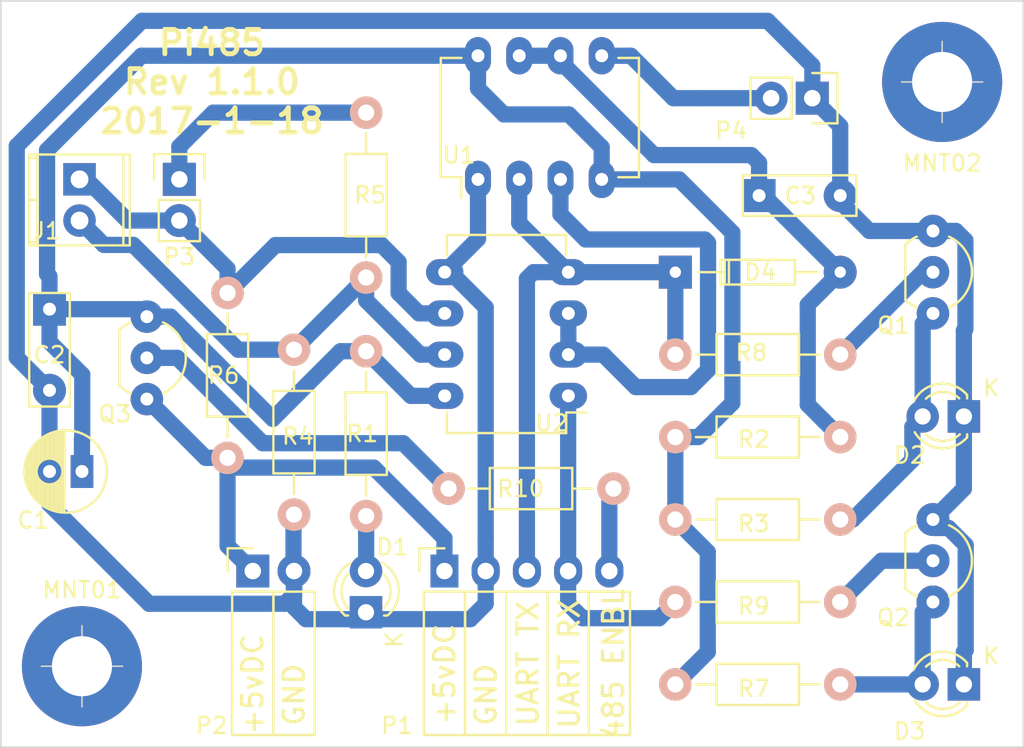
<source format=kicad_pcb>
(kicad_pcb (version 20160815) (host pcbnew "(2016-12-18 revision 3ffa37c)-master")

  (general
    (links 0)
    (no_connects 0)
    (area 7.051715 14.289999 93.341001 61.4325)
    (thickness 1.6)
    (drawings 15)
    (tracks 177)
    (zones 0)
    (modules 29)
    (nets 19)
  )

  (page User 139.7 107.95)
  (title_block
    (title Pi485)
    (date 2017-01-18)
    (rev 1.1.0)
    (company "Bryan Varner")
    (comment 1 "Jumper Disabled DE Latching")
    (comment 2 "Jumper Enabled Termination")
    (comment 3 "Half-Duplex RS-485")
    (comment 4 "Raspberry Pi / Arduino UART to RS485")
  )

  (layers
    (0 F.Cu jumper)
    (31 B.Cu signal)
    (32 B.Adhes user)
    (33 F.Adhes user)
    (34 B.Paste user)
    (35 F.Paste user)
    (36 B.SilkS user)
    (37 F.SilkS user)
    (38 B.Mask user)
    (39 F.Mask user)
    (40 Dwgs.User user)
    (41 Cmts.User user)
    (42 Eco1.User user)
    (43 Eco2.User user)
    (44 Edge.Cuts user)
    (45 Margin user)
    (46 B.CrtYd user)
    (47 F.CrtYd user)
    (48 B.Fab user)
    (49 F.Fab user)
  )

  (setup
    (last_trace_width 1)
    (trace_clearance 0.5)
    (zone_clearance 0.508)
    (zone_45_only no)
    (trace_min 1)
    (segment_width 0.2)
    (edge_width 0.1)
    (via_size 1.2)
    (via_drill 0.8)
    (via_min_size 1.2)
    (via_min_drill 0.8)
    (uvia_size 0.5)
    (uvia_drill 0.25)
    (uvias_allowed no)
    (uvia_min_size 0.5)
    (uvia_min_drill 0.25)
    (pcb_text_width 0.3)
    (pcb_text_size 1.5 1.5)
    (mod_edge_width 0.15)
    (mod_text_size 1 1)
    (mod_text_width 0.15)
    (pad_size 2 2)
    (pad_drill 0.8)
    (pad_to_mask_clearance 0)
    (aux_axis_origin 12.341 14.34)
    (grid_origin 12.341 14.34)
    (visible_elements FFFFFF7F)
    (pcbplotparams
      (layerselection 0x00000_fffffffe)
      (usegerberextensions false)
      (excludeedgelayer false)
      (linewidth 0.100000)
      (plotframeref false)
      (viasonmask false)
      (mode 1)
      (useauxorigin false)
      (hpglpennumber 1)
      (hpglpenspeed 20)
      (hpglpendiameter 15)
      (psnegative false)
      (psa4output false)
      (plotreference true)
      (plotvalue true)
      (plotinvisibletext false)
      (padsonsilk true)
      (subtractmaskfromsilk false)
      (outputformat 4)
      (mirror false)
      (drillshape 1)
      (scaleselection 1)
      (outputdirectory ""))
  )

  (net 0 "")
  (net 1 "Net-(Q1-Pad2)")
  (net 2 GND)
  (net 3 "Net-(D2-Pad2)")
  (net 4 "Net-(D3-Pad2)")
  (net 5 "Net-(Q2-Pad2)")
  (net 6 "/(TXDO)_GPIO14")
  (net 7 VCC)
  (net 8 "/(RXDO)_GPIO15")
  (net 9 "Net-(D1-Pad2)")
  (net 10 "Net-(J1-Pad1)")
  (net 11 "Net-(P3-Pad1)")
  (net 12 "Net-(J1-Pad2)")
  (net 13 "Net-(U1-Pad3)")
  (net 14 "Net-(C3-Pad1)")
  (net 15 "Net-(P4-Pad2)")
  (net 16 "Net-(Q3-Pad2)")
  (net 17 "/(485PWR)_GPIO18")
  (net 18 "Net-(C1-Pad1)")

  (net_class Default "This is the default net class."
    (clearance 0.5)
    (trace_width 1)
    (via_dia 1.2)
    (via_drill 0.8)
    (uvia_dia 0.5)
    (uvia_drill 0.25)
    (diff_pair_gap 0.6)
    (diff_pair_width 2.5)
    (add_net "/(485PWR)_GPIO18")
    (add_net "/(RXDO)_GPIO15")
    (add_net "/(TXDO)_GPIO14")
    (add_net GND)
    (add_net "Net-(C1-Pad1)")
    (add_net "Net-(C3-Pad1)")
    (add_net "Net-(D1-Pad2)")
    (add_net "Net-(D2-Pad2)")
    (add_net "Net-(D3-Pad2)")
    (add_net "Net-(J1-Pad1)")
    (add_net "Net-(J1-Pad2)")
    (add_net "Net-(P3-Pad1)")
    (add_net "Net-(P4-Pad2)")
    (add_net "Net-(Q1-Pad2)")
    (add_net "Net-(Q2-Pad2)")
    (add_net "Net-(Q3-Pad2)")
    (add_net "Net-(U1-Pad3)")
    (add_net VCC)
  )

  (module Mounting_Holes:MountingHole_3.7mm_Pad (layer F.Cu) (tedit 58811A39) (tstamp 589A56F0)
    (at 17.341 55.34)
    (descr "Mounting Hole 3.7mm")
    (tags "mounting hole 3.7mm")
    (fp_text reference MNT01 (at 0 -4.7) (layer F.SilkS)
      (effects (font (size 1 1) (thickness 0.15)))
    )
    (fp_text value MountingHole_3.7mm_Pad (at 0 4.7) (layer F.Fab) hide
      (effects (font (size 1 1) (thickness 0.15)))
    )
    (fp_circle (center 0 0) (end 3.95 0) (layer F.CrtYd) (width 0.05))
    (fp_circle (center 0 0) (end 3.7 0) (layer Cmts.User) (width 0.15))
    (pad 1 thru_hole circle (at 0 0) (size 7.4 7.4) (drill 3.7) (layers *.Cu *.Mask))
  )

  (module Mounting_Holes:MountingHole_3.7mm_Pad (layer F.Cu) (tedit 58811A73) (tstamp 589A56E9)
    (at 70.341 19.34)
    (descr "Mounting Hole 3.7mm")
    (tags "mounting hole 3.7mm")
    (fp_text reference MNT02 (at 0 5) (layer F.SilkS)
      (effects (font (size 1 1) (thickness 0.15)))
    )
    (fp_text value MountingHole_3.7mm_Pad (at 0 4.7) (layer F.Fab) hide
      (effects (font (size 1 1) (thickness 0.15)))
    )
    (fp_circle (center 0 0) (end 3.95 0) (layer F.CrtYd) (width 0.05))
    (fp_circle (center 0 0) (end 3.7 0) (layer Cmts.User) (width 0.15))
    (pad 1 thru_hole circle (at 0 0) (size 7.4 7.4) (drill 3.7) (layers *.Cu *.Mask))
  )

  (module Resistors_THT:Resistor_Horizontal_RM10mm (layer F.Cu) (tedit 56648415) (tstamp 587FE929)
    (at 64.061 41.22 180)
    (descr "Resistor, Axial,  RM 10mm, 1/3W")
    (tags "Resistor Axial RM 10mm 1/3W")
    (path /586E88D3)
    (fp_text reference R2 (at 5.32892 -0.129801 180) (layer F.SilkS)
      (effects (font (size 1 1) (thickness 0.15)))
    )
    (fp_text value 3.9k (at 5.08 2.410199 180) (layer F.Fab)
      (effects (font (size 1 1) (thickness 0.15)))
    )
    (fp_line (start -1.25 -1.5) (end 11.4 -1.5) (layer F.CrtYd) (width 0.05))
    (fp_line (start -1.25 1.5) (end -1.25 -1.5) (layer F.CrtYd) (width 0.05))
    (fp_line (start 11.4 -1.5) (end 11.4 1.5) (layer F.CrtYd) (width 0.05))
    (fp_line (start -1.25 1.5) (end 11.4 1.5) (layer F.CrtYd) (width 0.05))
    (fp_line (start 2.54 -1.27) (end 7.62 -1.27) (layer F.SilkS) (width 0.15))
    (fp_line (start 7.62 -1.27) (end 7.62 1.27) (layer F.SilkS) (width 0.15))
    (fp_line (start 7.62 1.27) (end 2.54 1.27) (layer F.SilkS) (width 0.15))
    (fp_line (start 2.54 1.27) (end 2.54 -1.27) (layer F.SilkS) (width 0.15))
    (fp_line (start 2.54 0) (end 1.27 0) (layer F.SilkS) (width 0.15))
    (fp_line (start 7.62 0) (end 8.89 0) (layer F.SilkS) (width 0.15))
    (pad 1 thru_hole circle (at 0 0 180) (size 1.99898 1.99898) (drill 1.00076) (layers *.Cu *.SilkS *.Mask)
      (net 14 "Net-(C3-Pad1)"))
    (pad 2 thru_hole circle (at 10.16 0 180) (size 1.99898 1.99898) (drill 1.00076) (layers *.Cu *.SilkS *.Mask)
      (net 18 "Net-(C1-Pad1)"))
    (model Resistors_ThroughHole.3dshapes/Resistor_Horizontal_RM10mm.wrl
      (at (xyz 0.2 0 0))
      (scale (xyz 0.4 0.4 0.4))
      (rotate (xyz 0 0 0))
    )
  )

  (module TO_SOT_Packages_THT:TO-92_Inline_Wide (layer F.Cu) (tedit 587FD30F) (tstamp 587FC64D)
    (at 21.341 33.8 270)
    (descr "TO-92 leads in-line, wide, drill 0.8mm (see NXP sot054_po.pdf)")
    (tags "to-92 sc-43 sc-43a sot54 PA33 transistor")
    (path /587FCF77)
    (fp_text reference Q3 (at 6 1.985 180) (layer F.SilkS)
      (effects (font (size 1 1) (thickness 0.15)))
    )
    (fp_text value 2N4401 (at -1.46 0 360) (layer F.Fab)
      (effects (font (size 1 1) (thickness 0.15)))
    )
    (fp_arc (start 2.54 0) (end 0.84 1.7) (angle 20.5) (layer F.SilkS) (width 0.15))
    (fp_arc (start 2.54 0) (end 4.24 1.7) (angle -20.5) (layer F.SilkS) (width 0.15))
    (fp_line (start -1 1.95) (end -1 -2.65) (layer F.CrtYd) (width 0.05))
    (fp_line (start -1 1.95) (end 6.1 1.95) (layer F.CrtYd) (width 0.05))
    (fp_line (start 0.84 1.7) (end 4.24 1.7) (layer F.SilkS) (width 0.15))
    (fp_arc (start 2.54 0) (end 2.54 -2.4) (angle -65.55604127) (layer F.SilkS) (width 0.15))
    (fp_arc (start 2.54 0) (end 2.54 -2.4) (angle 65.55604127) (layer F.SilkS) (width 0.15))
    (fp_line (start -1 -2.65) (end 6.1 -2.65) (layer F.CrtYd) (width 0.05))
    (fp_line (start 6.1 1.95) (end 6.1 -2.65) (layer F.CrtYd) (width 0.05))
    (pad 2 thru_hole circle (at 2.54 0) (size 2 2) (drill 0.8) (layers *.Cu *.Mask)
      (net 16 "Net-(Q3-Pad2)"))
    (pad 3 thru_hole circle (at 0 0) (size 2 2) (drill 0.8) (layers *.Cu *.Mask)
      (net 18 "Net-(C1-Pad1)"))
    (pad 1 thru_hole circle (at 5.08 0) (size 2 2) (drill 0.8) (layers *.Cu *.Mask)
      (net 7 VCC))
    (model TO_SOT_Packages_THT.3dshapes/TO-92_Inline_Wide.wrl
      (at (xyz 0.1 0 0))
      (scale (xyz 1 1 1))
      (rotate (xyz 0 0 -90))
    )
  )

  (module Socket_Strips:Socket_Strip_Angled_1x05 (layer F.Cu) (tedit 0) (tstamp 5877DA1E)
    (at 39.677 49.475)
    (descr "Through hole socket strip")
    (tags "socket strip")
    (path /586FF005)
    (fp_text reference P1 (at -2.921 9.525) (layer F.SilkS)
      (effects (font (size 1 1) (thickness 0.15)))
    )
    (fp_text value "Rasperry Pi" (at 2.509 -2.21) (layer F.Fab)
      (effects (font (size 1 1) (thickness 0.15)))
    )
    (fp_line (start 1.27 10.1) (end 1.27 1.27) (layer F.SilkS) (width 0.15))
    (fp_line (start -1.27 10.1) (end 1.27 10.1) (layer F.SilkS) (width 0.15))
    (fp_line (start -1.27 1.27) (end -1.27 10.1) (layer F.SilkS) (width 0.15))
    (fp_line (start -1.55 -1.4) (end -1.55 0) (layer F.SilkS) (width 0.15))
    (fp_line (start 0 -1.4) (end -1.55 -1.4) (layer F.SilkS) (width 0.15))
    (fp_line (start -1.27 1.27) (end 1.27 1.27) (layer F.SilkS) (width 0.15))
    (fp_line (start 1.27 1.27) (end 3.81 1.27) (layer F.SilkS) (width 0.15))
    (fp_line (start 1.27 1.27) (end 1.27 10.1) (layer F.SilkS) (width 0.15))
    (fp_line (start 1.27 10.1) (end 3.81 10.1) (layer F.SilkS) (width 0.15))
    (fp_line (start 3.81 10.1) (end 3.81 1.27) (layer F.SilkS) (width 0.15))
    (fp_line (start 6.35 10.1) (end 6.35 1.27) (layer F.SilkS) (width 0.15))
    (fp_line (start 3.81 10.1) (end 6.35 10.1) (layer F.SilkS) (width 0.15))
    (fp_line (start 3.81 1.27) (end 6.35 1.27) (layer F.SilkS) (width 0.15))
    (fp_line (start 6.35 1.27) (end 8.89 1.27) (layer F.SilkS) (width 0.15))
    (fp_line (start 6.35 10.1) (end 8.89 10.1) (layer F.SilkS) (width 0.15))
    (fp_line (start 8.89 10.1) (end 8.89 1.27) (layer F.SilkS) (width 0.15))
    (fp_line (start 11.43 10.1) (end 11.43 1.27) (layer F.SilkS) (width 0.15))
    (fp_line (start 8.89 10.1) (end 11.43 10.1) (layer F.SilkS) (width 0.15))
    (fp_line (start 8.89 1.27) (end 11.43 1.27) (layer F.SilkS) (width 0.15))
    (fp_line (start -1.75 10.6) (end 11.95 10.6) (layer F.CrtYd) (width 0.05))
    (fp_line (start -1.75 -1.5) (end 11.95 -1.5) (layer F.CrtYd) (width 0.05))
    (fp_line (start 11.95 -1.5) (end 11.95 10.6) (layer F.CrtYd) (width 0.05))
    (fp_line (start -1.75 -1.5) (end -1.75 10.6) (layer F.CrtYd) (width 0.05))
    (pad 5 thru_hole oval (at 10.16 0) (size 1.7272 2.032) (drill 1.016) (layers *.Cu *.Mask)
      (net 17 "/(485PWR)_GPIO18"))
    (pad 4 thru_hole oval (at 7.62 0) (size 1.7272 2.032) (drill 1.016) (layers *.Cu *.Mask)
      (net 8 "/(RXDO)_GPIO15"))
    (pad 3 thru_hole oval (at 5.08 0) (size 1.7272 2.032) (drill 1.016) (layers *.Cu *.Mask)
      (net 6 "/(TXDO)_GPIO14"))
    (pad 2 thru_hole oval (at 2.54 0) (size 1.7272 2.032) (drill 1.016) (layers *.Cu *.Mask)
      (net 2 GND))
    (pad 1 thru_hole rect (at 0 0) (size 1.7272 2.032) (drill 1.016) (layers *.Cu *.Mask)
      (net 7 VCC))
    (model Socket_Strips.3dshapes/Socket_Strip_Angled_1x05.wrl
      (at (xyz 0.2 0 0))
      (scale (xyz 1 1 1))
      (rotate (xyz 0 0 180))
    )
  )

  (module TO_SOT_Packages_THT:TO-92_Inline_Wide placed (layer F.Cu) (tedit 587F1BC9) (tstamp 5877D9B6)
    (at 69.776 46.3 270)
    (descr "TO-92 leads in-line, wide, drill 0.8mm (see NXP sot054_po.pdf)")
    (tags "to-92 sc-43 sc-43a sot54 PA33 transistor")
    (path /5876C45D)
    (fp_text reference Q2 (at 6.04 2.435) (layer F.SilkS)
      (effects (font (size 1 1) (thickness 0.15)))
    )
    (fp_text value 2N4401 (at -1.905 0.394419) (layer F.Fab)
      (effects (font (size 1 1) (thickness 0.15)))
    )
    (fp_line (start 6.1 1.95) (end 6.1 -2.65) (layer F.CrtYd) (width 0.05))
    (fp_line (start -1 -2.65) (end 6.1 -2.65) (layer F.CrtYd) (width 0.05))
    (fp_arc (start 2.54 0) (end 2.54 -2.4) (angle 65.55604127) (layer F.SilkS) (width 0.15))
    (fp_arc (start 2.54 0) (end 2.54 -2.4) (angle -65.55604127) (layer F.SilkS) (width 0.15))
    (fp_line (start 0.84 1.7) (end 4.24 1.7) (layer F.SilkS) (width 0.15))
    (fp_line (start -1 1.95) (end 6.1 1.95) (layer F.CrtYd) (width 0.05))
    (fp_line (start -1 1.95) (end -1 -2.65) (layer F.CrtYd) (width 0.05))
    (fp_arc (start 2.54 0) (end 4.24 1.7) (angle -20.5) (layer F.SilkS) (width 0.15))
    (fp_arc (start 2.54 0) (end 0.84 1.7) (angle 20.5) (layer F.SilkS) (width 0.15))
    (pad 1 thru_hole circle (at 5.08 0) (size 2.032 2.032) (drill 0.8) (layers *.Cu *.Mask)
      (net 4 "Net-(D3-Pad2)"))
    (pad 3 thru_hole circle (at 0 0) (size 2.032 2.032) (drill 0.8) (layers *.Cu *.Mask)
      (net 2 GND))
    (pad 2 thru_hole circle (at 2.54 0) (size 2.032 2.032) (drill 0.8) (layers *.Cu *.Mask)
      (net 5 "Net-(Q2-Pad2)"))
    (model TO_SOT_Packages_THT.3dshapes/TO-92_Inline_Wide.wrl
      (at (xyz 0.1 0 0))
      (scale (xyz 1 1 1))
      (rotate (xyz 0 0 -90))
    )
  )

  (module TO_SOT_Packages_THT:TO-92_Inline_Wide (layer F.Cu) (tedit 587FD2F6) (tstamp 5877D988)
    (at 69.776 28.52 270)
    (descr "TO-92 leads in-line, wide, drill 0.8mm (see NXP sot054_po.pdf)")
    (tags "to-92 sc-43 sc-43a sot54 PA33 transistor")
    (path /5876C3F8)
    (fp_text reference Q1 (at 5.82 2.435 180) (layer F.SilkS)
      (effects (font (size 1 1) (thickness 0.15)))
    )
    (fp_text value 2N4401 (at -1.905 0.394419) (layer F.Fab)
      (effects (font (size 1 1) (thickness 0.15)))
    )
    (fp_line (start 6.1 1.95) (end 6.1 -2.65) (layer F.CrtYd) (width 0.05))
    (fp_line (start -1 -2.65) (end 6.1 -2.65) (layer F.CrtYd) (width 0.05))
    (fp_arc (start 2.54 0) (end 2.54 -2.4) (angle 65.55604127) (layer F.SilkS) (width 0.15))
    (fp_arc (start 2.54 0) (end 2.54 -2.4) (angle -65.55604127) (layer F.SilkS) (width 0.15))
    (fp_line (start 0.84 1.7) (end 4.24 1.7) (layer F.SilkS) (width 0.15))
    (fp_line (start -1 1.95) (end 6.1 1.95) (layer F.CrtYd) (width 0.05))
    (fp_line (start -1 1.95) (end -1 -2.65) (layer F.CrtYd) (width 0.05))
    (fp_arc (start 2.54 0) (end 4.24 1.7) (angle -20.5) (layer F.SilkS) (width 0.15))
    (fp_arc (start 2.54 0) (end 0.84 1.7) (angle 20.5) (layer F.SilkS) (width 0.15))
    (pad 1 thru_hole circle (at 5.08 0) (size 2 2) (drill 0.8) (layers *.Cu *.Mask)
      (net 3 "Net-(D2-Pad2)"))
    (pad 3 thru_hole circle (at 0 0) (size 2 2) (drill 0.8) (layers *.Cu *.Mask)
      (net 2 GND))
    (pad 2 thru_hole circle (at 2.54 0) (size 2 2) (drill 0.8) (layers *.Cu *.Mask)
      (net 1 "Net-(Q1-Pad2)"))
    (model TO_SOT_Packages_THT.3dshapes/TO-92_Inline_Wide.wrl
      (at (xyz 0.1 0 0))
      (scale (xyz 1 1 1))
      (rotate (xyz 0 0 -90))
    )
  )

  (module Resistors_THT:Resistor_Horizontal_RM10mm (layer F.Cu) (tedit 56648415) (tstamp 5877DBE0)
    (at 64.061 36.14 180)
    (descr "Resistor, Axial,  RM 10mm, 1/3W")
    (tags "Resistor Axial RM 10mm 1/3W")
    (path /5876E6B9)
    (fp_text reference R8 (at 5.474419 0.124199 180) (layer F.SilkS)
      (effects (font (size 1 1) (thickness 0.15)))
    )
    (fp_text value 270 (at 5.474419 2.029199 180) (layer F.Fab)
      (effects (font (size 1 1) (thickness 0.15)))
    )
    (fp_line (start 7.62 0) (end 8.89 0) (layer F.SilkS) (width 0.15))
    (fp_line (start 2.54 0) (end 1.27 0) (layer F.SilkS) (width 0.15))
    (fp_line (start 2.54 1.27) (end 2.54 -1.27) (layer F.SilkS) (width 0.15))
    (fp_line (start 7.62 1.27) (end 2.54 1.27) (layer F.SilkS) (width 0.15))
    (fp_line (start 7.62 -1.27) (end 7.62 1.27) (layer F.SilkS) (width 0.15))
    (fp_line (start 2.54 -1.27) (end 7.62 -1.27) (layer F.SilkS) (width 0.15))
    (fp_line (start -1.25 1.5) (end 11.4 1.5) (layer F.CrtYd) (width 0.05))
    (fp_line (start 11.4 -1.5) (end 11.4 1.5) (layer F.CrtYd) (width 0.05))
    (fp_line (start -1.25 1.5) (end -1.25 -1.5) (layer F.CrtYd) (width 0.05))
    (fp_line (start -1.25 -1.5) (end 11.4 -1.5) (layer F.CrtYd) (width 0.05))
    (pad 2 thru_hole circle (at 10.16 0 180) (size 1.99898 1.99898) (drill 1.00076) (layers *.Cu *.SilkS *.Mask)
      (net 6 "/(TXDO)_GPIO14"))
    (pad 1 thru_hole circle (at 0 0 180) (size 1.99898 1.99898) (drill 1.00076) (layers *.Cu *.SilkS *.Mask)
      (net 1 "Net-(Q1-Pad2)"))
    (model Resistors_ThroughHole.3dshapes/Resistor_Horizontal_RM10mm.wrl
      (at (xyz 0.2 0 0))
      (scale (xyz 0.4 0.4 0.4))
      (rotate (xyz 0 0 0))
    )
  )

  (module Resistors_THT:Resistor_Horizontal_RM10mm (layer F.Cu) (tedit 56648415) (tstamp 5877DB84)
    (at 26.311 32.34 270)
    (descr "Resistor, Axial,  RM 10mm, 1/3W")
    (tags "Resistor Axial RM 10mm 1/3W")
    (path /586EB7D4)
    (fp_text reference R6 (at 5.08 0.240581) (layer F.SilkS)
      (effects (font (size 1 1) (thickness 0.15)))
    )
    (fp_text value 20k (at -1.905 0) (layer F.Fab)
      (effects (font (size 1 1) (thickness 0.15)))
    )
    (fp_line (start 7.62 0) (end 8.89 0) (layer F.SilkS) (width 0.15))
    (fp_line (start 2.54 0) (end 1.27 0) (layer F.SilkS) (width 0.15))
    (fp_line (start 2.54 1.27) (end 2.54 -1.27) (layer F.SilkS) (width 0.15))
    (fp_line (start 7.62 1.27) (end 2.54 1.27) (layer F.SilkS) (width 0.15))
    (fp_line (start 7.62 -1.27) (end 7.62 1.27) (layer F.SilkS) (width 0.15))
    (fp_line (start 2.54 -1.27) (end 7.62 -1.27) (layer F.SilkS) (width 0.15))
    (fp_line (start -1.25 1.5) (end 11.4 1.5) (layer F.CrtYd) (width 0.05))
    (fp_line (start 11.4 -1.5) (end 11.4 1.5) (layer F.CrtYd) (width 0.05))
    (fp_line (start -1.25 1.5) (end -1.25 -1.5) (layer F.CrtYd) (width 0.05))
    (fp_line (start -1.25 -1.5) (end 11.4 -1.5) (layer F.CrtYd) (width 0.05))
    (pad 2 thru_hole circle (at 10.16 0 270) (size 1.99898 1.99898) (drill 1.00076) (layers *.Cu *.SilkS *.Mask)
      (net 7 VCC))
    (pad 1 thru_hole circle (at 0 0 270) (size 1.99898 1.99898) (drill 1.00076) (layers *.Cu *.SilkS *.Mask)
      (net 10 "Net-(J1-Pad1)"))
    (model Resistors_ThroughHole.3dshapes/Resistor_Horizontal_RM10mm.wrl
      (at (xyz 0.2 0 0))
      (scale (xyz 0.4 0.4 0.4))
      (rotate (xyz 0 0 0))
    )
  )

  (module Resistors_THT:Resistor_Horizontal_RM10mm (layer F.Cu) (tedit 56648415) (tstamp 5877DB28)
    (at 30.406 45.995 90)
    (descr "Resistor, Axial,  RM 10mm, 1/3W")
    (tags "Resistor Axial RM 10mm 1/3W")
    (path /586EB760)
    (fp_text reference R4 (at 4.823199 0.240581 180) (layer F.SilkS)
      (effects (font (size 1 1) (thickness 0.15)))
    )
    (fp_text value 20k (at 11.97 0.240581) (layer F.Fab)
      (effects (font (size 1 1) (thickness 0.15)))
    )
    (fp_line (start 7.62 0) (end 8.89 0) (layer F.SilkS) (width 0.15))
    (fp_line (start 2.54 0) (end 1.27 0) (layer F.SilkS) (width 0.15))
    (fp_line (start 2.54 1.27) (end 2.54 -1.27) (layer F.SilkS) (width 0.15))
    (fp_line (start 7.62 1.27) (end 2.54 1.27) (layer F.SilkS) (width 0.15))
    (fp_line (start 7.62 -1.27) (end 7.62 1.27) (layer F.SilkS) (width 0.15))
    (fp_line (start 2.54 -1.27) (end 7.62 -1.27) (layer F.SilkS) (width 0.15))
    (fp_line (start -1.25 1.5) (end 11.4 1.5) (layer F.CrtYd) (width 0.05))
    (fp_line (start 11.4 -1.5) (end 11.4 1.5) (layer F.CrtYd) (width 0.05))
    (fp_line (start -1.25 1.5) (end -1.25 -1.5) (layer F.CrtYd) (width 0.05))
    (fp_line (start -1.25 -1.5) (end 11.4 -1.5) (layer F.CrtYd) (width 0.05))
    (pad 2 thru_hole circle (at 10.16 0 90) (size 1.99898 1.99898) (drill 1.00076) (layers *.Cu *.SilkS *.Mask)
      (net 12 "Net-(J1-Pad2)"))
    (pad 1 thru_hole circle (at 0 0 90) (size 1.99898 1.99898) (drill 1.00076) (layers *.Cu *.SilkS *.Mask)
      (net 2 GND))
    (model Resistors_ThroughHole.3dshapes/Resistor_Horizontal_RM10mm.wrl
      (at (xyz 0.2 0 0))
      (scale (xyz 0.4 0.4 0.4))
      (rotate (xyz 0 0 0))
    )
  )

  (module Resistors_THT:Resistor_Horizontal_RM10mm (layer F.Cu) (tedit 56648415) (tstamp 5877DB56)
    (at 34.851 31.39 90)
    (descr "Resistor, Axial,  RM 10mm, 1/3W")
    (tags "Resistor Axial RM 10mm 1/3W")
    (path /586EB6FC)
    (fp_text reference R5 (at 5.08 0.240581 180) (layer F.SilkS)
      (effects (font (size 1 1) (thickness 0.15)))
    )
    (fp_text value 120 (at 12.7 -0.394419 180) (layer F.Fab)
      (effects (font (size 1 1) (thickness 0.15)))
    )
    (fp_line (start 7.62 0) (end 8.89 0) (layer F.SilkS) (width 0.15))
    (fp_line (start 2.54 0) (end 1.27 0) (layer F.SilkS) (width 0.15))
    (fp_line (start 2.54 1.27) (end 2.54 -1.27) (layer F.SilkS) (width 0.15))
    (fp_line (start 7.62 1.27) (end 2.54 1.27) (layer F.SilkS) (width 0.15))
    (fp_line (start 7.62 -1.27) (end 7.62 1.27) (layer F.SilkS) (width 0.15))
    (fp_line (start 2.54 -1.27) (end 7.62 -1.27) (layer F.SilkS) (width 0.15))
    (fp_line (start -1.25 1.5) (end 11.4 1.5) (layer F.CrtYd) (width 0.05))
    (fp_line (start 11.4 -1.5) (end 11.4 1.5) (layer F.CrtYd) (width 0.05))
    (fp_line (start -1.25 1.5) (end -1.25 -1.5) (layer F.CrtYd) (width 0.05))
    (fp_line (start -1.25 -1.5) (end 11.4 -1.5) (layer F.CrtYd) (width 0.05))
    (pad 2 thru_hole circle (at 10.16 0 90) (size 1.99898 1.99898) (drill 1.00076) (layers *.Cu *.SilkS *.Mask)
      (net 11 "Net-(P3-Pad1)"))
    (pad 1 thru_hole circle (at 0 0 90) (size 1.99898 1.99898) (drill 1.00076) (layers *.Cu *.SilkS *.Mask)
      (net 12 "Net-(J1-Pad2)"))
    (model Resistors_ThroughHole.3dshapes/Resistor_Horizontal_RM10mm.wrl
      (at (xyz 0.2 0 0))
      (scale (xyz 0.4 0.4 0.4))
      (rotate (xyz 0 0 0))
    )
  )

  (module Resistors_THT:Resistor_Horizontal_RM10mm (layer F.Cu) (tedit 56648415) (tstamp 5877DA9E)
    (at 34.851 46.09 90)
    (descr "Resistor, Axial,  RM 10mm, 1/3W")
    (tags "Resistor Axial RM 10mm 1/3W")
    (path /586E84C4)
    (fp_text reference R1 (at 5.08 -0.240581 -180) (layer F.SilkS)
      (effects (font (size 1 1) (thickness 0.15)))
    )
    (fp_text value 200 (at 12.065 -0.285) (layer F.Fab)
      (effects (font (size 1 1) (thickness 0.15)))
    )
    (fp_line (start 7.62 0) (end 8.89 0) (layer F.SilkS) (width 0.15))
    (fp_line (start 2.54 0) (end 1.27 0) (layer F.SilkS) (width 0.15))
    (fp_line (start 2.54 1.27) (end 2.54 -1.27) (layer F.SilkS) (width 0.15))
    (fp_line (start 7.62 1.27) (end 2.54 1.27) (layer F.SilkS) (width 0.15))
    (fp_line (start 7.62 -1.27) (end 7.62 1.27) (layer F.SilkS) (width 0.15))
    (fp_line (start 2.54 -1.27) (end 7.62 -1.27) (layer F.SilkS) (width 0.15))
    (fp_line (start -1.25 1.5) (end 11.4 1.5) (layer F.CrtYd) (width 0.05))
    (fp_line (start 11.4 -1.5) (end 11.4 1.5) (layer F.CrtYd) (width 0.05))
    (fp_line (start -1.25 1.5) (end -1.25 -1.5) (layer F.CrtYd) (width 0.05))
    (fp_line (start -1.25 -1.5) (end 11.4 -1.5) (layer F.CrtYd) (width 0.05))
    (pad 2 thru_hole circle (at 10.16 0 90) (size 1.99898 1.99898) (drill 1.00076) (layers *.Cu *.SilkS *.Mask)
      (net 18 "Net-(C1-Pad1)"))
    (pad 1 thru_hole circle (at 0 0 90) (size 1.99898 1.99898) (drill 1.00076) (layers *.Cu *.SilkS *.Mask)
      (net 9 "Net-(D1-Pad2)"))
    (model Resistors_ThroughHole.3dshapes/Resistor_Horizontal_RM10mm.wrl
      (at (xyz 0.2 0 0))
      (scale (xyz 0.4 0.4 0.4))
      (rotate (xyz 0 0 0))
    )
  )

  (module Resistors_THT:Resistor_Horizontal_RM10mm (layer F.Cu) (tedit 56648415) (tstamp 5877DBB2)
    (at 64.061 56.46 180)
    (descr "Resistor, Axial,  RM 10mm, 1/3W")
    (tags "Resistor Axial RM 10mm 1/3W")
    (path /5876D49A)
    (fp_text reference R7 (at 5.32892 -0.256801 180) (layer F.SilkS)
      (effects (font (size 1 1) (thickness 0.15)))
    )
    (fp_text value 200 (at 5.08 2.283199 180) (layer F.Fab)
      (effects (font (size 1 1) (thickness 0.15)))
    )
    (fp_line (start 7.62 0) (end 8.89 0) (layer F.SilkS) (width 0.15))
    (fp_line (start 2.54 0) (end 1.27 0) (layer F.SilkS) (width 0.15))
    (fp_line (start 2.54 1.27) (end 2.54 -1.27) (layer F.SilkS) (width 0.15))
    (fp_line (start 7.62 1.27) (end 2.54 1.27) (layer F.SilkS) (width 0.15))
    (fp_line (start 7.62 -1.27) (end 7.62 1.27) (layer F.SilkS) (width 0.15))
    (fp_line (start 2.54 -1.27) (end 7.62 -1.27) (layer F.SilkS) (width 0.15))
    (fp_line (start -1.25 1.5) (end 11.4 1.5) (layer F.CrtYd) (width 0.05))
    (fp_line (start 11.4 -1.5) (end 11.4 1.5) (layer F.CrtYd) (width 0.05))
    (fp_line (start -1.25 1.5) (end -1.25 -1.5) (layer F.CrtYd) (width 0.05))
    (fp_line (start -1.25 -1.5) (end 11.4 -1.5) (layer F.CrtYd) (width 0.05))
    (pad 2 thru_hole circle (at 10.16 0 180) (size 1.99898 1.99898) (drill 1.00076) (layers *.Cu *.SilkS *.Mask)
      (net 18 "Net-(C1-Pad1)"))
    (pad 1 thru_hole circle (at 0 0 180) (size 1.99898 1.99898) (drill 1.00076) (layers *.Cu *.SilkS *.Mask)
      (net 4 "Net-(D3-Pad2)"))
    (model Resistors_ThroughHole.3dshapes/Resistor_Horizontal_RM10mm.wrl
      (at (xyz 0.2 0 0))
      (scale (xyz 0.4 0.4 0.4))
      (rotate (xyz 0 0 0))
    )
  )

  (module Resistors_THT:Resistor_Horizontal_RM10mm (layer F.Cu) (tedit 56648415) (tstamp 5877DC0E)
    (at 64.061 51.38 180)
    (descr "Resistor, Axial,  RM 10mm, 1/3W")
    (tags "Resistor Axial RM 10mm 1/3W")
    (path /5876E786)
    (fp_text reference R9 (at 5.32892 -0.256801 180) (layer F.SilkS)
      (effects (font (size 1 1) (thickness 0.15)))
    )
    (fp_text value 270 (at 5.08 2.283199 180) (layer F.Fab)
      (effects (font (size 1 1) (thickness 0.15)))
    )
    (fp_line (start 7.62 0) (end 8.89 0) (layer F.SilkS) (width 0.15))
    (fp_line (start 2.54 0) (end 1.27 0) (layer F.SilkS) (width 0.15))
    (fp_line (start 2.54 1.27) (end 2.54 -1.27) (layer F.SilkS) (width 0.15))
    (fp_line (start 7.62 1.27) (end 2.54 1.27) (layer F.SilkS) (width 0.15))
    (fp_line (start 7.62 -1.27) (end 7.62 1.27) (layer F.SilkS) (width 0.15))
    (fp_line (start 2.54 -1.27) (end 7.62 -1.27) (layer F.SilkS) (width 0.15))
    (fp_line (start -1.25 1.5) (end 11.4 1.5) (layer F.CrtYd) (width 0.05))
    (fp_line (start 11.4 -1.5) (end 11.4 1.5) (layer F.CrtYd) (width 0.05))
    (fp_line (start -1.25 1.5) (end -1.25 -1.5) (layer F.CrtYd) (width 0.05))
    (fp_line (start -1.25 -1.5) (end 11.4 -1.5) (layer F.CrtYd) (width 0.05))
    (pad 2 thru_hole circle (at 10.16 0 180) (size 1.99898 1.99898) (drill 1.00076) (layers *.Cu *.SilkS *.Mask)
      (net 8 "/(RXDO)_GPIO15"))
    (pad 1 thru_hole circle (at 0 0 180) (size 1.99898 1.99898) (drill 1.00076) (layers *.Cu *.SilkS *.Mask)
      (net 5 "Net-(Q2-Pad2)"))
    (model Resistors_ThroughHole.3dshapes/Resistor_Horizontal_RM10mm.wrl
      (at (xyz 0.2 0 0))
      (scale (xyz 0.4 0.4 0.4))
      (rotate (xyz 0 0 0))
    )
  )

  (module Resistors_THT:Resistor_Horizontal_RM10mm (layer F.Cu) (tedit 56648415) (tstamp 5877DAFA)
    (at 64.061 46.3 180)
    (descr "Resistor, Axial,  RM 10mm, 1/3W")
    (tags "Resistor Axial RM 10mm 1/3W")
    (path /5876D8BD)
    (fp_text reference R3 (at 5.32892 -0.256801 180) (layer F.SilkS)
      (effects (font (size 1 1) (thickness 0.15)))
    )
    (fp_text value 200 (at 5.08 2.283199 180) (layer F.Fab)
      (effects (font (size 1 1) (thickness 0.15)))
    )
    (fp_line (start 7.62 0) (end 8.89 0) (layer F.SilkS) (width 0.15))
    (fp_line (start 2.54 0) (end 1.27 0) (layer F.SilkS) (width 0.15))
    (fp_line (start 2.54 1.27) (end 2.54 -1.27) (layer F.SilkS) (width 0.15))
    (fp_line (start 7.62 1.27) (end 2.54 1.27) (layer F.SilkS) (width 0.15))
    (fp_line (start 7.62 -1.27) (end 7.62 1.27) (layer F.SilkS) (width 0.15))
    (fp_line (start 2.54 -1.27) (end 7.62 -1.27) (layer F.SilkS) (width 0.15))
    (fp_line (start -1.25 1.5) (end 11.4 1.5) (layer F.CrtYd) (width 0.05))
    (fp_line (start 11.4 -1.5) (end 11.4 1.5) (layer F.CrtYd) (width 0.05))
    (fp_line (start -1.25 1.5) (end -1.25 -1.5) (layer F.CrtYd) (width 0.05))
    (fp_line (start -1.25 -1.5) (end 11.4 -1.5) (layer F.CrtYd) (width 0.05))
    (pad 2 thru_hole circle (at 10.16 0 180) (size 1.99898 1.99898) (drill 1.00076) (layers *.Cu *.SilkS *.Mask)
      (net 18 "Net-(C1-Pad1)"))
    (pad 1 thru_hole circle (at 0 0 180) (size 1.99898 1.99898) (drill 1.00076) (layers *.Cu *.SilkS *.Mask)
      (net 3 "Net-(D2-Pad2)"))
    (model Resistors_ThroughHole.3dshapes/Resistor_Horizontal_RM10mm.wrl
      (at (xyz 0.2 0 0))
      (scale (xyz 0.4 0.4 0.4))
      (rotate (xyz 0 0 0))
    )
  )

  (module LEDs:LED-3MM (layer F.Cu) (tedit 559B82F6) (tstamp 5877DC97)
    (at 34.841 52.015 90)
    (descr "LED 3mm round vertical")
    (tags "LED  3mm round vertical")
    (path /586E8531)
    (fp_text reference D1 (at 4.02 1.63 180) (layer F.SilkS)
      (effects (font (size 1 1) (thickness 0.15)))
    )
    (fp_text value PWR (at -2.33 -0.275 180) (layer F.Fab)
      (effects (font (size 1 1) (thickness 0.15)))
    )
    (fp_text user K (at -1.69 1.74 90) (layer F.SilkS)
      (effects (font (size 1 1) (thickness 0.15)))
    )
    (fp_arc (start 1.301 0.034) (end 2.335 1.094) (angle 87.5) (layer F.SilkS) (width 0.15))
    (fp_arc (start 1.311 0.034) (end 3.051 0.994) (angle 110) (layer F.SilkS) (width 0.15))
    (fp_arc (start 1.301 0.034) (end 0.25 -1.1) (angle 85.7) (layer F.SilkS) (width 0.15))
    (fp_arc (start 1.301 0.034) (end -0.199 -1.286) (angle 108.5) (layer F.SilkS) (width 0.15))
    (fp_line (start -0.199 -1.28) (end -0.199 -1.1) (layer F.SilkS) (width 0.15))
    (fp_line (start -0.199 1.314) (end -0.199 1.114) (layer F.SilkS) (width 0.15))
    (fp_line (start -1.2 -2.2) (end -1.2 2.3) (layer F.CrtYd) (width 0.05))
    (fp_line (start 3.8 -2.2) (end -1.2 -2.2) (layer F.CrtYd) (width 0.05))
    (fp_line (start 3.8 2.3) (end 3.8 -2.2) (layer F.CrtYd) (width 0.05))
    (fp_line (start -1.2 2.3) (end 3.8 2.3) (layer F.CrtYd) (width 0.05))
    (pad 2 thru_hole circle (at 2.54 0 90) (size 2 2) (drill 1.00076) (layers *.Cu *.Mask)
      (net 9 "Net-(D1-Pad2)"))
    (pad 1 thru_hole rect (at 0 0 180) (size 2 2) (drill 1.00076) (layers *.Cu *.Mask)
      (net 2 GND))
    (model LEDs.3dshapes/LED-3MM.wrl
      (at (xyz 0.05 0 0))
      (scale (xyz 1 1 1))
      (rotate (xyz 0 0 90))
    )
  )

  (module LEDs:LED-3MM (layer F.Cu) (tedit 559B82F6) (tstamp 5877DCDB)
    (at 71.681 56.46 180)
    (descr "LED 3mm round vertical")
    (tags "LED  3mm round vertical")
    (path /5876C8B2)
    (fp_text reference D3 (at 3.34 -2.88) (layer F.SilkS)
      (effects (font (size 1 1) (thickness 0.15)))
    )
    (fp_text value RX (at 1.27 3.175) (layer F.Fab)
      (effects (font (size 1 1) (thickness 0.15)))
    )
    (fp_text user K (at -1.69 1.74 180) (layer F.SilkS)
      (effects (font (size 1 1) (thickness 0.15)))
    )
    (fp_arc (start 1.301 0.034) (end 2.335 1.094) (angle 87.5) (layer F.SilkS) (width 0.15))
    (fp_arc (start 1.311 0.034) (end 3.051 0.994) (angle 110) (layer F.SilkS) (width 0.15))
    (fp_arc (start 1.301 0.034) (end 0.25 -1.1) (angle 85.7) (layer F.SilkS) (width 0.15))
    (fp_arc (start 1.301 0.034) (end -0.199 -1.286) (angle 108.5) (layer F.SilkS) (width 0.15))
    (fp_line (start -0.199 -1.28) (end -0.199 -1.1) (layer F.SilkS) (width 0.15))
    (fp_line (start -0.199 1.314) (end -0.199 1.114) (layer F.SilkS) (width 0.15))
    (fp_line (start -1.2 -2.2) (end -1.2 2.3) (layer F.CrtYd) (width 0.05))
    (fp_line (start 3.8 -2.2) (end -1.2 -2.2) (layer F.CrtYd) (width 0.05))
    (fp_line (start 3.8 2.3) (end 3.8 -2.2) (layer F.CrtYd) (width 0.05))
    (fp_line (start -1.2 2.3) (end 3.8 2.3) (layer F.CrtYd) (width 0.05))
    (pad 2 thru_hole circle (at 2.54 0 180) (size 2 2) (drill 1.00076) (layers *.Cu *.Mask)
      (net 4 "Net-(D3-Pad2)"))
    (pad 1 thru_hole rect (at 0 0 270) (size 2 2) (drill 1.00076) (layers *.Cu *.Mask)
      (net 2 GND))
    (model LEDs.3dshapes/LED-3MM.wrl
      (at (xyz 0.05 0 0))
      (scale (xyz 1 1 1))
      (rotate (xyz 0 0 90))
    )
  )

  (module LEDs:LED-3MM (layer F.Cu) (tedit 559B82F6) (tstamp 5877DCB9)
    (at 71.681 39.95 180)
    (descr "LED 3mm round vertical")
    (tags "LED  3mm round vertical")
    (path /5876C851)
    (fp_text reference D2 (at 3.34 -2.39) (layer F.SilkS)
      (effects (font (size 1 1) (thickness 0.15)))
    )
    (fp_text value TX (at 1.27 3.175) (layer F.Fab)
      (effects (font (size 1 1) (thickness 0.15)))
    )
    (fp_text user K (at -1.69 1.74 180) (layer F.SilkS)
      (effects (font (size 1 1) (thickness 0.15)))
    )
    (fp_arc (start 1.301 0.034) (end 2.335 1.094) (angle 87.5) (layer F.SilkS) (width 0.15))
    (fp_arc (start 1.311 0.034) (end 3.051 0.994) (angle 110) (layer F.SilkS) (width 0.15))
    (fp_arc (start 1.301 0.034) (end 0.25 -1.1) (angle 85.7) (layer F.SilkS) (width 0.15))
    (fp_arc (start 1.301 0.034) (end -0.199 -1.286) (angle 108.5) (layer F.SilkS) (width 0.15))
    (fp_line (start -0.199 -1.28) (end -0.199 -1.1) (layer F.SilkS) (width 0.15))
    (fp_line (start -0.199 1.314) (end -0.199 1.114) (layer F.SilkS) (width 0.15))
    (fp_line (start -1.2 -2.2) (end -1.2 2.3) (layer F.CrtYd) (width 0.05))
    (fp_line (start 3.8 -2.2) (end -1.2 -2.2) (layer F.CrtYd) (width 0.05))
    (fp_line (start 3.8 2.3) (end 3.8 -2.2) (layer F.CrtYd) (width 0.05))
    (fp_line (start -1.2 2.3) (end 3.8 2.3) (layer F.CrtYd) (width 0.05))
    (pad 2 thru_hole circle (at 2.54 0 180) (size 2 2) (drill 1.00076) (layers *.Cu *.Mask)
      (net 3 "Net-(D2-Pad2)"))
    (pad 1 thru_hole rect (at 0 0 270) (size 2 2) (drill 1.00076) (layers *.Cu *.Mask)
      (net 2 GND))
    (model LEDs.3dshapes/LED-3MM.wrl
      (at (xyz 0.05 0 0))
      (scale (xyz 1 1 1))
      (rotate (xyz 0 0 90))
    )
  )

  (module Capacitors_THT:C_Radial_D5_L11_P2 (layer F.Cu) (tedit 588114B2) (tstamp 5877DDBC)
    (at 17.341 43.34 180)
    (descr "Radial Electrolytic Capacitor 5mm x Length 11mm, Pitch 2mm")
    (tags "Electrolytic Capacitor")
    (path /5876F5F2)
    (fp_text reference C1 (at 3 -3) (layer F.SilkS)
      (effects (font (size 1 1) (thickness 0.15)))
    )
    (fp_text value 10uF (at 1 3) (layer F.Fab)
      (effects (font (size 1 1) (thickness 0.15)))
    )
    (fp_circle (center 1 0) (end 1 -2.8) (layer F.CrtYd) (width 0.05))
    (fp_circle (center 1 0) (end 1 -2.5375) (layer F.SilkS) (width 0.15))
    (fp_circle (center 2 0) (end 2 -0.8) (layer F.SilkS) (width 0.15))
    (fp_line (start 3.455 -0.472) (end 3.455 0.472) (layer F.SilkS) (width 0.15))
    (fp_line (start 3.315 -0.944) (end 3.315 0.944) (layer F.SilkS) (width 0.15))
    (fp_line (start 3.175 -1.233) (end 3.175 1.233) (layer F.SilkS) (width 0.15))
    (fp_line (start 3.035 -1.452) (end 3.035 1.452) (layer F.SilkS) (width 0.15))
    (fp_line (start 2.895 -1.631) (end 2.895 1.631) (layer F.SilkS) (width 0.15))
    (fp_line (start 2.755 0.265) (end 2.755 1.78) (layer F.SilkS) (width 0.15))
    (fp_line (start 2.755 -1.78) (end 2.755 -0.265) (layer F.SilkS) (width 0.15))
    (fp_line (start 2.615 0.512) (end 2.615 1.908) (layer F.SilkS) (width 0.15))
    (fp_line (start 2.615 -1.908) (end 2.615 -0.512) (layer F.SilkS) (width 0.15))
    (fp_line (start 2.475 0.644) (end 2.475 2.019) (layer F.SilkS) (width 0.15))
    (fp_line (start 2.475 -2.019) (end 2.475 -0.644) (layer F.SilkS) (width 0.15))
    (fp_line (start 2.335 0.726) (end 2.335 2.114) (layer F.SilkS) (width 0.15))
    (fp_line (start 2.335 -2.114) (end 2.335 -0.726) (layer F.SilkS) (width 0.15))
    (fp_line (start 2.195 0.776) (end 2.195 2.196) (layer F.SilkS) (width 0.15))
    (fp_line (start 2.195 -2.196) (end 2.195 -0.776) (layer F.SilkS) (width 0.15))
    (fp_line (start 2.055 0.798) (end 2.055 2.266) (layer F.SilkS) (width 0.15))
    (fp_line (start 2.055 -2.266) (end 2.055 -0.798) (layer F.SilkS) (width 0.15))
    (fp_line (start 1.915 0.795) (end 1.915 2.327) (layer F.SilkS) (width 0.15))
    (fp_line (start 1.915 -2.327) (end 1.915 -0.795) (layer F.SilkS) (width 0.15))
    (fp_line (start 1.775 0.768) (end 1.775 2.377) (layer F.SilkS) (width 0.15))
    (fp_line (start 1.775 -2.377) (end 1.775 -0.768) (layer F.SilkS) (width 0.15))
    (fp_line (start 1.635 0.712) (end 1.635 2.418) (layer F.SilkS) (width 0.15))
    (fp_line (start 1.635 -2.418) (end 1.635 -0.712) (layer F.SilkS) (width 0.15))
    (fp_line (start 1.495 0.62) (end 1.495 2.451) (layer F.SilkS) (width 0.15))
    (fp_line (start 1.495 -2.451) (end 1.495 -0.62) (layer F.SilkS) (width 0.15))
    (fp_line (start 1.355 0.473) (end 1.355 2.475) (layer F.SilkS) (width 0.15))
    (fp_line (start 1.355 -2.475) (end 1.355 -0.473) (layer F.SilkS) (width 0.15))
    (fp_line (start 1.215 0.154) (end 1.215 2.491) (layer F.SilkS) (width 0.15))
    (fp_line (start 1.215 -2.491) (end 1.215 -0.154) (layer F.SilkS) (width 0.15))
    (fp_line (start 1.075 -2.499) (end 1.075 2.499) (layer F.SilkS) (width 0.15))
    (pad 2 thru_hole oval (at 2 0 180) (size 1.524 2.032) (drill 0.8) (layers *.Cu *.Mask)
      (net 2 GND))
    (pad 1 thru_hole rect (at 0 0 180) (size 1.397 2.032) (drill 0.8) (layers *.Cu *.Mask)
      (net 18 "Net-(C1-Pad1)"))
    (model Capacitors_ThroughHole.3dshapes/C_Radial_D5_L11_P2.wrl
      (at (xyz 0 0 0))
      (scale (xyz 1 1 1))
      (rotate (xyz 0 0 0))
    )
  )

  (module Connectors_Terminal_Blocks:TerminalBlock_Pheonix_MPT-2.54mm_2pol (layer F.Cu) (tedit 587807B4) (tstamp 5877DD8A)
    (at 17.190419 25.34 270)
    (descr "2-way 2.54mm pitch terminal block, Phoenix MPT series")
    (path /586EB814)
    (fp_text reference J1 (at 3.182001 2.024419) (layer F.SilkS)
      (effects (font (size 1 1) (thickness 0.15)))
    )
    (fp_text value RS485 (at -2.532999 0.119419) (layer F.Fab)
      (effects (font (size 1 1) (thickness 0.15)))
    )
    (fp_line (start -1.52908 -3.0988) (end -1.52908 3.0988) (layer F.SilkS) (width 0.15))
    (fp_line (start 4.06908 -3.0988) (end -1.52908 -3.0988) (layer F.SilkS) (width 0.15))
    (fp_line (start 4.06908 3.0988) (end 4.06908 -3.0988) (layer F.SilkS) (width 0.15))
    (fp_line (start -1.52908 3.0988) (end 4.06908 3.0988) (layer F.SilkS) (width 0.15))
    (fp_line (start -1.52908 -2.70002) (end 4.06908 -2.70002) (layer F.SilkS) (width 0.15))
    (fp_line (start 1.27 3.0988) (end 1.27 2.60096) (layer F.SilkS) (width 0.15))
    (fp_line (start 3.87096 2.60096) (end 3.87096 3.0988) (layer F.SilkS) (width 0.15))
    (fp_line (start -1.33096 3.0988) (end -1.33096 2.60096) (layer F.SilkS) (width 0.15))
    (fp_line (start 4.06908 2.60096) (end -1.52908 2.60096) (layer F.SilkS) (width 0.15))
    (fp_line (start 4.3 -3.3) (end 4.3 3.3) (layer F.CrtYd) (width 0.05))
    (fp_line (start 4.3 3.3) (end -1.7 3.3) (layer F.CrtYd) (width 0.05))
    (fp_line (start -1.7 3.3) (end -1.7 -3.3) (layer F.CrtYd) (width 0.05))
    (fp_line (start -1.7 -3.3) (end 4.3 -3.3) (layer F.CrtYd) (width 0.05))
    (pad 1 thru_hole rect (at 0 0 270) (size 1.99898 1.99898) (drill 1.09728) (layers *.Cu *.Mask)
      (net 10 "Net-(J1-Pad1)"))
    (pad 2 thru_hole oval (at 2.54 0 270) (size 1.99898 1.99898) (drill 1.09728) (layers *.Cu *.Mask)
      (net 12 "Net-(J1-Pad2)"))
    (model Terminal_Blocks.3dshapes/TerminalBlock_Pheonix_MPT-2.54mm_2pol.wrl
      (at (xyz 0.05 0 0))
      (scale (xyz 1 1 1))
      (rotate (xyz 0 0 0))
    )
  )

  (module Capacitors_THT:C_Rect_L7_W2.5_P5 placed (layer F.Cu) (tedit 5879582A) (tstamp 5877DE0C)
    (at 59.061 26.34)
    (descr "Film Capacitor Length 7mm x Width 2.5mm, Pitch 5mm")
    (tags Capacitor)
    (path /586E89BC)
    (fp_text reference C3 (at 2.54 0 180) (layer F.SilkS)
      (effects (font (size 1 1) (thickness 0.15)))
    )
    (fp_text value 10nF (at 2.28 -2 180) (layer F.Fab)
      (effects (font (size 1 1) (thickness 0.15)))
    )
    (fp_line (start -1.25 -1.5) (end 6.25 -1.5) (layer F.CrtYd) (width 0.05))
    (fp_line (start 6.25 -1.5) (end 6.25 1.5) (layer F.CrtYd) (width 0.05))
    (fp_line (start 6.25 1.5) (end -1.25 1.5) (layer F.CrtYd) (width 0.05))
    (fp_line (start -1.25 1.5) (end -1.25 -1.5) (layer F.CrtYd) (width 0.05))
    (fp_line (start -1 -1.25) (end 6 -1.25) (layer F.SilkS) (width 0.15))
    (fp_line (start 6 -1.25) (end 6 1.25) (layer F.SilkS) (width 0.15))
    (fp_line (start 6 1.25) (end -1 1.25) (layer F.SilkS) (width 0.15))
    (fp_line (start -1 1.25) (end -1 -1.25) (layer F.SilkS) (width 0.15))
    (pad 1 thru_hole rect (at 0 0) (size 2.032 2.032) (drill 0.8) (layers *.Cu *.Mask)
      (net 14 "Net-(C3-Pad1)"))
    (pad 2 thru_hole circle (at 5 0) (size 2.032 2.032) (drill 0.8) (layers *.Cu *.Mask)
      (net 2 GND))
    (model "/Library/Application Support/kicad/packages3d/Capacitors_ThroughHole.3dshapes/C_Disc_D3_P2.5.wrl"
      (at (xyz 0.1 0 0.07874015748031496))
      (scale (xyz 1 1 1))
      (rotate (xyz 0 0 0))
    )
  )

  (module Capacitors_THT:C_Rect_L7_W2.5_P5 (layer F.Cu) (tedit 588114B5) (tstamp 5877DDE4)
    (at 15.341 33.34 270)
    (descr "Film Capacitor Length 7mm x Width 2.5mm, Pitch 5mm")
    (tags Capacitor)
    (path /5876F3DF)
    (fp_text reference C2 (at 2.82 0 180) (layer F.SilkS)
      (effects (font (size 1 1) (thickness 0.15)))
    )
    (fp_text value 0.1uF (at -2 0 180) (layer F.Fab)
      (effects (font (size 1 1) (thickness 0.15)))
    )
    (fp_line (start -1.25 -1.5) (end 6.25 -1.5) (layer F.CrtYd) (width 0.05))
    (fp_line (start 6.25 -1.5) (end 6.25 1.5) (layer F.CrtYd) (width 0.05))
    (fp_line (start 6.25 1.5) (end -1.25 1.5) (layer F.CrtYd) (width 0.05))
    (fp_line (start -1.25 1.5) (end -1.25 -1.5) (layer F.CrtYd) (width 0.05))
    (fp_line (start -1 -1.25) (end 6 -1.25) (layer F.SilkS) (width 0.15))
    (fp_line (start 6 -1.25) (end 6 1.25) (layer F.SilkS) (width 0.15))
    (fp_line (start 6 1.25) (end -1 1.25) (layer F.SilkS) (width 0.15))
    (fp_line (start -1 1.25) (end -1 -1.25) (layer F.SilkS) (width 0.15))
    (pad 1 thru_hole rect (at 0 0 270) (size 2.032 2.032) (drill 0.8) (layers *.Cu *.Mask)
      (net 18 "Net-(C1-Pad1)"))
    (pad 2 thru_hole circle (at 5 0 270) (size 2.032 2.032) (drill 0.8) (layers *.Cu *.Mask)
      (net 2 GND))
    (model "/Library/Application Support/kicad/packages3d/Capacitors_ThroughHole.3dshapes/C_Disc_D3_P2.5.wrl"
      (at (xyz 0.1 0 0.07874015748031496))
      (scale (xyz 1 1 1))
      (rotate (xyz 0 0 0))
    )
  )

  (module Housings_DIP:DIP-8_W7.62mm_LongPads placed (layer F.Cu) (tedit 54130A77) (tstamp 5877DD4B)
    (at 47.310419 38.68 180)
    (descr "8-lead dip package, row spacing 7.62 mm (300 mils), longer pads")
    (tags "dil dip 2.54 300")
    (path /586EA024)
    (fp_text reference U2 (at 1.029419 -1.677001) (layer F.SilkS)
      (effects (font (size 1 1) (thickness 0.15)))
    )
    (fp_text value MAX485 (at 3.81 10.895999 180) (layer F.Fab)
      (effects (font (size 1 1) (thickness 0.15)))
    )
    (fp_line (start 0.135 -1.025) (end -1.15 -1.025) (layer F.SilkS) (width 0.15))
    (fp_line (start 0.135 9.915) (end 7.485 9.915) (layer F.SilkS) (width 0.15))
    (fp_line (start 0.135 -2.295) (end 7.485 -2.295) (layer F.SilkS) (width 0.15))
    (fp_line (start 0.135 9.915) (end 0.135 8.645) (layer F.SilkS) (width 0.15))
    (fp_line (start 7.485 9.915) (end 7.485 8.645) (layer F.SilkS) (width 0.15))
    (fp_line (start 7.485 -2.295) (end 7.485 -1.025) (layer F.SilkS) (width 0.15))
    (fp_line (start 0.135 -2.295) (end 0.135 -1.025) (layer F.SilkS) (width 0.15))
    (fp_line (start -1.4 10.1) (end 9 10.1) (layer F.CrtYd) (width 0.05))
    (fp_line (start -1.4 -2.45) (end 9 -2.45) (layer F.CrtYd) (width 0.05))
    (fp_line (start 9 -2.45) (end 9 10.1) (layer F.CrtYd) (width 0.05))
    (fp_line (start -1.4 -2.45) (end -1.4 10.1) (layer F.CrtYd) (width 0.05))
    (pad 8 thru_hole oval (at 7.62 0 180) (size 2.3 1.6) (drill 0.8) (layers *.Cu *.Mask)
      (net 18 "Net-(C1-Pad1)"))
    (pad 7 thru_hole oval (at 7.62 2.54 180) (size 2.3 1.6) (drill 0.8) (layers *.Cu *.Mask)
      (net 12 "Net-(J1-Pad2)"))
    (pad 6 thru_hole oval (at 7.62 5.08 180) (size 2.3 1.6) (drill 0.8) (layers *.Cu *.Mask)
      (net 10 "Net-(J1-Pad1)"))
    (pad 5 thru_hole oval (at 7.62 7.62 180) (size 2.3 1.6) (drill 0.8) (layers *.Cu *.Mask)
      (net 2 GND))
    (pad 4 thru_hole oval (at 0 7.62 180) (size 2.3 1.6) (drill 0.8) (layers *.Cu *.Mask)
      (net 6 "/(TXDO)_GPIO14"))
    (pad 3 thru_hole oval (at 0 5.08 180) (size 2.3 1.6) (drill 0.8) (layers *.Cu *.Mask)
      (net 13 "Net-(U1-Pad3)"))
    (pad 2 thru_hole oval (at 0 2.54 180) (size 2.3 1.6) (drill 0.8) (layers *.Cu *.Mask)
      (net 13 "Net-(U1-Pad3)"))
    (pad 1 thru_hole oval (at 0 0 180) (size 2.3 1.6) (drill 0.8) (layers *.Cu *.Mask)
      (net 8 "/(RXDO)_GPIO15"))
    (model Housings_DIP.3dshapes/DIP-8_W7.62mm_LongPads.wrl
      (at (xyz 0 0 0))
      (scale (xyz 1 1 1))
      (rotate (xyz 0 0 0))
    )
  )

  (module Housings_DIP:DIP-8_W7.62mm_LongPads placed (layer F.Cu) (tedit 54130A77) (tstamp 5877DD08)
    (at 41.743619 25.345 90)
    (descr "8-lead dip package, row spacing 7.62 mm (300 mils), longer pads")
    (tags "dil dip 2.54 300")
    (path /586E87EA)
    (fp_text reference U1 (at 1.497999 -1.177619 180) (layer F.SilkS)
      (effects (font (size 1 1) (thickness 0.15)))
    )
    (fp_text value NE555 (at 9.752999 3.902381 180) (layer F.Fab)
      (effects (font (size 1 1) (thickness 0.15)))
    )
    (fp_line (start -1.4 -2.45) (end -1.4 10.1) (layer F.CrtYd) (width 0.05))
    (fp_line (start 9 -2.45) (end 9 10.1) (layer F.CrtYd) (width 0.05))
    (fp_line (start -1.4 -2.45) (end 9 -2.45) (layer F.CrtYd) (width 0.05))
    (fp_line (start -1.4 10.1) (end 9 10.1) (layer F.CrtYd) (width 0.05))
    (fp_line (start 0.135 -2.295) (end 0.135 -1.025) (layer F.SilkS) (width 0.15))
    (fp_line (start 7.485 -2.295) (end 7.485 -1.025) (layer F.SilkS) (width 0.15))
    (fp_line (start 7.485 9.915) (end 7.485 8.645) (layer F.SilkS) (width 0.15))
    (fp_line (start 0.135 9.915) (end 0.135 8.645) (layer F.SilkS) (width 0.15))
    (fp_line (start 0.135 -2.295) (end 7.485 -2.295) (layer F.SilkS) (width 0.15))
    (fp_line (start 0.135 9.915) (end 7.485 9.915) (layer F.SilkS) (width 0.15))
    (fp_line (start 0.135 -1.025) (end -1.15 -1.025) (layer F.SilkS) (width 0.15))
    (pad 1 thru_hole oval (at 0 0 90) (size 2.3 1.6) (drill 0.8) (layers *.Cu *.Mask)
      (net 2 GND))
    (pad 2 thru_hole oval (at 0 2.54 90) (size 2.3 1.6) (drill 0.8) (layers *.Cu *.Mask)
      (net 6 "/(TXDO)_GPIO14"))
    (pad 3 thru_hole oval (at 0 5.08 90) (size 2.3 1.6) (drill 0.8) (layers *.Cu *.Mask)
      (net 13 "Net-(U1-Pad3)"))
    (pad 4 thru_hole oval (at 0 7.62 90) (size 2.3 1.6) (drill 0.8) (layers *.Cu *.Mask)
      (net 18 "Net-(C1-Pad1)"))
    (pad 5 thru_hole oval (at 7.62 7.62 90) (size 2.3 1.6) (drill 0.8) (layers *.Cu *.Mask)
      (net 15 "Net-(P4-Pad2)"))
    (pad 6 thru_hole oval (at 7.62 5.08 90) (size 2.3 1.6) (drill 0.8) (layers *.Cu *.Mask)
      (net 14 "Net-(C3-Pad1)"))
    (pad 7 thru_hole oval (at 7.62 2.54 90) (size 2.3 1.6) (drill 0.8) (layers *.Cu *.Mask)
      (net 14 "Net-(C3-Pad1)"))
    (pad 8 thru_hole oval (at 7.62 0 90) (size 2.3 1.6) (drill 0.8) (layers *.Cu *.Mask)
      (net 18 "Net-(C1-Pad1)"))
    (model Housings_DIP.3dshapes/DIP-8_W7.62mm_LongPads.wrl
      (at (xyz 0 0 0))
      (scale (xyz 1 1 1))
      (rotate (xyz 0 0 0))
    )
  )

  (module Pin_Headers:Pin_Header_Straight_1x02 placed (layer F.Cu) (tedit 54EA090C) (tstamp 5877DC6B)
    (at 23.341 25.34)
    (descr "Through hole pin header")
    (tags "pin header")
    (path /586EFE3A)
    (fp_text reference P3 (at 0 4.78) (layer F.SilkS)
      (effects (font (size 1 1) (thickness 0.15)))
    )
    (fp_text value Term (at 0 -2.84) (layer F.Fab)
      (effects (font (size 1 1) (thickness 0.15)))
    )
    (fp_line (start 1.27 1.27) (end 1.27 3.81) (layer F.SilkS) (width 0.15))
    (fp_line (start 1.55 -1.55) (end 1.55 0) (layer F.SilkS) (width 0.15))
    (fp_line (start -1.75 -1.75) (end -1.75 4.3) (layer F.CrtYd) (width 0.05))
    (fp_line (start 1.75 -1.75) (end 1.75 4.3) (layer F.CrtYd) (width 0.05))
    (fp_line (start -1.75 -1.75) (end 1.75 -1.75) (layer F.CrtYd) (width 0.05))
    (fp_line (start -1.75 4.3) (end 1.75 4.3) (layer F.CrtYd) (width 0.05))
    (fp_line (start 1.27 1.27) (end -1.27 1.27) (layer F.SilkS) (width 0.15))
    (fp_line (start -1.55 0) (end -1.55 -1.55) (layer F.SilkS) (width 0.15))
    (fp_line (start -1.55 -1.55) (end 1.55 -1.55) (layer F.SilkS) (width 0.15))
    (fp_line (start -1.27 1.27) (end -1.27 3.81) (layer F.SilkS) (width 0.15))
    (fp_line (start -1.27 3.81) (end 1.27 3.81) (layer F.SilkS) (width 0.15))
    (pad 1 thru_hole rect (at 0 0) (size 2.032 2.032) (drill 1.016) (layers *.Cu *.Mask)
      (net 11 "Net-(P3-Pad1)"))
    (pad 2 thru_hole oval (at 0 2.54) (size 2.032 2.032) (drill 1.016) (layers *.Cu *.Mask)
      (net 10 "Net-(J1-Pad1)"))
    (model Pin_Headers.3dshapes/Pin_Header_Straight_1x02.wrl
      (at (xyz 0 -0.05 0))
      (scale (xyz 1 1 1))
      (rotate (xyz 0 0 90))
    )
  )

  (module Socket_Strips:Socket_Strip_Angled_1x02 (layer F.Cu) (tedit 587801F7) (tstamp 5877DA68)
    (at 27.866 49.475)
    (descr "Through hole socket strip")
    (tags "socket strip")
    (path /586FF21D)
    (fp_text reference P2 (at -2.54 9.525 -180) (layer F.SilkS)
      (effects (font (size 1 1) (thickness 0.15)))
    )
    (fp_text value PWR (at -3.525 -0.135) (layer F.Fab)
      (effects (font (size 1 1) (thickness 0.15)))
    )
    (fp_line (start -1.75 -1.5) (end -1.75 10.6) (layer F.CrtYd) (width 0.05))
    (fp_line (start 4.3 -1.5) (end 4.3 10.6) (layer F.CrtYd) (width 0.05))
    (fp_line (start -1.75 -1.5) (end 4.3 -1.5) (layer F.CrtYd) (width 0.05))
    (fp_line (start -1.75 10.6) (end 4.3 10.6) (layer F.CrtYd) (width 0.05))
    (fp_line (start 3.81 10.1) (end 3.81 1.27) (layer F.SilkS) (width 0.15))
    (fp_line (start 1.27 10.1) (end 3.81 10.1) (layer F.SilkS) (width 0.15))
    (fp_line (start 1.27 1.27) (end 1.27 10.1) (layer F.SilkS) (width 0.15))
    (fp_line (start 1.27 1.27) (end 3.81 1.27) (layer F.SilkS) (width 0.15))
    (fp_line (start -1.27 1.27) (end 1.27 1.27) (layer F.SilkS) (width 0.15))
    (fp_line (start 0 -1.4) (end -1.55 -1.4) (layer F.SilkS) (width 0.15))
    (fp_line (start -1.55 -1.4) (end -1.55 0) (layer F.SilkS) (width 0.15))
    (fp_line (start -1.27 1.27) (end -1.27 10.1) (layer F.SilkS) (width 0.15))
    (fp_line (start -1.27 10.1) (end 1.27 10.1) (layer F.SilkS) (width 0.15))
    (fp_line (start 1.27 10.1) (end 1.27 1.27) (layer F.SilkS) (width 0.15))
    (pad 1 thru_hole rect (at 0 0) (size 2.032 2.032) (drill 1.016) (layers *.Cu *.Mask)
      (net 7 VCC))
    (pad 2 thru_hole oval (at 2.54 0) (size 2.032 2.032) (drill 1.016) (layers *.Cu *.Mask)
      (net 2 GND))
    (model Socket_Strips.3dshapes/Socket_Strip_Angled_1x02.wrl
      (at (xyz 0.05 0 0))
      (scale (xyz 1 1 1))
      (rotate (xyz 0 0 180))
    )
  )

  (module Diodes_THT:Diode_DO-35_SOD27_Horizontal_RM10 (layer F.Cu) (tedit 587D8B15) (tstamp 587969FF)
    (at 53.90048 31.06254)
    (descr "Diode, DO-35,  SOD27, Horizontal, RM 10mm")
    (tags "Diode, DO-35, SOD27, Horizontal, RM 10mm, 1N4148,")
    (path /5879650D)
    (fp_text reference D4 (at 5.22872 -0.00254) (layer F.SilkS)
      (effects (font (size 1 1) (thickness 0.15)))
    )
    (fp_text value BAT43 (at 5.08052 -1.777739) (layer F.Fab)
      (effects (font (size 1 1) (thickness 0.15)))
    )
    (fp_line (start 7.36652 -0.00254) (end 8.76352 -0.00254) (layer F.SilkS) (width 0.15))
    (fp_line (start 2.92152 -0.00254) (end 1.39752 -0.00254) (layer F.SilkS) (width 0.15))
    (fp_line (start 3.30252 -0.76454) (end 3.30252 0.75946) (layer F.SilkS) (width 0.15))
    (fp_line (start 3.04852 -0.76454) (end 3.04852 0.75946) (layer F.SilkS) (width 0.15))
    (fp_line (start 2.79452 -0.00254) (end 2.79452 0.75946) (layer F.SilkS) (width 0.15))
    (fp_line (start 2.79452 0.75946) (end 7.36652 0.75946) (layer F.SilkS) (width 0.15))
    (fp_line (start 7.36652 0.75946) (end 7.36652 -0.76454) (layer F.SilkS) (width 0.15))
    (fp_line (start 7.36652 -0.76454) (end 2.79452 -0.76454) (layer F.SilkS) (width 0.15))
    (fp_line (start 2.79452 -0.76454) (end 2.79452 -0.00254) (layer F.SilkS) (width 0.15))
    (pad 2 thru_hole circle (at 10.16052 -0.00254 180) (size 2.032 2.032) (drill 0.70104) (layers *.Cu *.Mask)
      (net 14 "Net-(C3-Pad1)"))
    (pad 1 thru_hole rect (at 0.00052 -0.00254 180) (size 2.032 2.032) (drill 0.70104) (layers *.Cu *.Mask)
      (net 6 "/(TXDO)_GPIO14"))
    (model Diodes_ThroughHole.3dshapes/Diode_DO-35_SOD27_Horizontal_RM10.wrl
      (at (xyz 0.2 0 0))
      (scale (xyz 0.4 0.4 0.4))
      (rotate (xyz 0 0 180))
    )
  )

  (module Pin_Headers:Pin_Header_Straight_1x02 (layer F.Cu) (tedit 587D8B42) (tstamp 587D4B0B)
    (at 62.341 20.34 270)
    (descr "Through hole pin header")
    (tags "pin header")
    (path /587D51D9)
    (fp_text reference P4 (at 2 5 180) (layer F.SilkS)
      (effects (font (size 1 1) (thickness 0.15)))
    )
    (fp_text value "Latch Disable" (at -3 1 180) (layer F.Fab)
      (effects (font (size 1 1) (thickness 0.15)))
    )
    (fp_line (start 1.27 1.27) (end 1.27 3.81) (layer F.SilkS) (width 0.15))
    (fp_line (start 1.55 -1.55) (end 1.55 0) (layer F.SilkS) (width 0.15))
    (fp_line (start -1.75 -1.75) (end -1.75 4.3) (layer F.CrtYd) (width 0.05))
    (fp_line (start 1.75 -1.75) (end 1.75 4.3) (layer F.CrtYd) (width 0.05))
    (fp_line (start -1.75 -1.75) (end 1.75 -1.75) (layer F.CrtYd) (width 0.05))
    (fp_line (start -1.75 4.3) (end 1.75 4.3) (layer F.CrtYd) (width 0.05))
    (fp_line (start 1.27 1.27) (end -1.27 1.27) (layer F.SilkS) (width 0.15))
    (fp_line (start -1.55 0) (end -1.55 -1.55) (layer F.SilkS) (width 0.15))
    (fp_line (start -1.55 -1.55) (end 1.55 -1.55) (layer F.SilkS) (width 0.15))
    (fp_line (start -1.27 1.27) (end -1.27 3.81) (layer F.SilkS) (width 0.15))
    (fp_line (start -1.27 3.81) (end 1.27 3.81) (layer F.SilkS) (width 0.15))
    (pad 1 thru_hole rect (at 0 0 270) (size 2.032 2.032) (drill 1.016) (layers *.Cu *.Mask)
      (net 2 GND))
    (pad 2 thru_hole oval (at 0 2.54 270) (size 2.032 2.032) (drill 1.016) (layers *.Cu *.Mask)
      (net 15 "Net-(P4-Pad2)"))
    (model Pin_Headers.3dshapes/Pin_Header_Straight_1x02.wrl
      (at (xyz 0 -0.05 0))
      (scale (xyz 1 1 1))
      (rotate (xyz 0 0 90))
    )
  )

  (module Resistors_THT:Resistor_Horizontal_RM10mm (layer F.Cu) (tedit 56648415) (tstamp 587FC65D)
    (at 39.931 44.395)
    (descr "Resistor, Axial,  RM 10mm, 1/3W")
    (tags "Resistor Axial RM 10mm 1/3W")
    (path /587FCED5)
    (fp_text reference R10 (at 4.445 0) (layer F.SilkS)
      (effects (font (size 1 1) (thickness 0.15)))
    )
    (fp_text value 270 (at 4.445 -1.905) (layer F.Fab)
      (effects (font (size 1 1) (thickness 0.15)))
    )
    (fp_line (start -1.25 -1.5) (end 11.4 -1.5) (layer F.CrtYd) (width 0.05))
    (fp_line (start -1.25 1.5) (end -1.25 -1.5) (layer F.CrtYd) (width 0.05))
    (fp_line (start 11.4 -1.5) (end 11.4 1.5) (layer F.CrtYd) (width 0.05))
    (fp_line (start -1.25 1.5) (end 11.4 1.5) (layer F.CrtYd) (width 0.05))
    (fp_line (start 2.54 -1.27) (end 7.62 -1.27) (layer F.SilkS) (width 0.15))
    (fp_line (start 7.62 -1.27) (end 7.62 1.27) (layer F.SilkS) (width 0.15))
    (fp_line (start 7.62 1.27) (end 2.54 1.27) (layer F.SilkS) (width 0.15))
    (fp_line (start 2.54 1.27) (end 2.54 -1.27) (layer F.SilkS) (width 0.15))
    (fp_line (start 2.54 0) (end 1.27 0) (layer F.SilkS) (width 0.15))
    (fp_line (start 7.62 0) (end 8.89 0) (layer F.SilkS) (width 0.15))
    (pad 1 thru_hole circle (at 0 0) (size 1.99898 1.99898) (drill 1.00076) (layers *.Cu *.SilkS *.Mask)
      (net 16 "Net-(Q3-Pad2)"))
    (pad 2 thru_hole circle (at 10.16 0) (size 1.99898 1.99898) (drill 1.00076) (layers *.Cu *.SilkS *.Mask)
      (net 17 "/(485PWR)_GPIO18"))
    (model Resistors_ThroughHole.3dshapes/Resistor_Horizontal_RM10mm.wrl
      (at (xyz 0.2 0 0))
      (scale (xyz 0.4 0.4 0.4))
      (rotate (xyz 0 0 0))
    )
  )

  (target plus (at 17.341 55.34) (size 5) (width 0.1) (layer Edge.Cuts) (tstamp 589A573D))
  (target plus (at 70.341 19.34) (size 5) (width 0.1) (layer Edge.Cuts))
  (gr_line (start 75.341 14.34) (end 12.341 14.34) (layer Edge.Cuts) (width 0.1))
  (gr_line (start 75.341 60.34) (end 75.341 14.34) (layer Edge.Cuts) (width 0.1))
  (gr_line (start 12.341 60.34) (end 75.341 60.34) (layer Edge.Cuts) (width 0.1))
  (gr_line (start 12.341 14.34) (end 12.341 60.34) (layer Edge.Cuts) (width 0.1))
  (gr_line (start 75.341 60.34) (end 12.341 60.34) (layer Edge.Cuts) (width 0.1))
  (gr_text "485 ENBL" (at 50.091 55.19 90) (layer F.SilkS) (tstamp 587FE15E)
    (effects (font (size 1.25 1.25) (thickness 0.2)))
  )
  (gr_text "UART RX" (at 47.360419 55.19 90) (layer F.SilkS) (tstamp 58818F36)
    (effects (font (size 1.25 1.25) (thickness 0.2)))
  )
  (gr_text "UART TX" (at 44.820419 55.19 90) (layer F.SilkS) (tstamp 58818F34)
    (effects (font (size 1.25 1.25) (thickness 0.2)))
  )
  (gr_text +5vDC (at 39.690419 55.825 90) (layer F.SilkS) (tstamp 58818F30)
    (effects (font (size 1.25 1.25) (thickness 0.2)))
  )
  (gr_text GND (at 42.230419 57.095 90) (layer F.SilkS) (tstamp 58818F2C)
    (effects (font (size 1.25 1.25) (thickness 0.2)))
  )
  (gr_text GND (at 30.406 57.095 90) (layer F.SilkS) (tstamp 58818F23)
    (effects (font (size 1.25 1.25) (thickness 0.2)))
  )
  (gr_text +5vDC (at 27.866 56.46 90) (layer F.SilkS)
    (effects (font (size 1.25 1.25) (thickness 0.2)))
  )
  (gr_text "Pi485\nRev 1.1.0\n2017-1-18" (at 25.341 19.34) (layer F.SilkS)
    (effects (font (size 1.5 1.5) (thickness 0.3)))
  )

  (segment (start 69.141 31.06) (end 64.061 36.14) (width 1) (layer B.Cu) (net 1))
  (segment (start 15.341 43.34) (end 15.341001 45.356001) (width 1) (layer B.Cu) (net 2))
  (segment (start 15.341001 45.356001) (end 21.476001 51.491001) (width 1) (layer B.Cu) (net 2))
  (segment (start 21.476001 51.491001) (end 29.826839 51.491001) (width 1) (layer B.Cu) (net 2))
  (segment (start 29.826839 51.491001) (end 30.406 50.91184) (width 1) (layer B.Cu) (net 2))
  (segment (start 30.406 50.91184) (end 30.406 49.475) (width 1) (layer B.Cu) (net 2))
  (segment (start 15.341 38.34) (end 15.341 43.34) (width 1) (layer B.Cu) (net 2))
  (segment (start 62.341 20.34) (end 62.341 18.324) (width 1) (layer B.Cu) (net 2))
  (segment (start 62.341 18.324) (end 59.59199 15.57499) (width 1) (layer B.Cu) (net 2))
  (segment (start 59.59199 15.57499) (end 21.035113 15.57499) (width 1) (layer B.Cu) (net 2))
  (segment (start 21.035113 15.57499) (end 13.324999 23.285104) (width 1) (layer B.Cu) (net 2))
  (segment (start 13.324999 23.285104) (end 13.324999 36.323999) (width 1) (layer B.Cu) (net 2))
  (segment (start 13.324999 36.323999) (end 14.325001 37.324001) (width 1) (layer B.Cu) (net 2))
  (segment (start 14.325001 37.324001) (end 15.341 38.34) (width 1) (layer B.Cu) (net 2))
  (segment (start 30.406 49.475) (end 30.406 51.091) (width 1) (layer B.Cu) (net 2))
  (segment (start 42.217 51.491) (end 41.268 52.44) (width 1) (layer B.Cu) (net 2))
  (segment (start 41.268 52.44) (end 35.201 52.44) (width 1) (layer B.Cu) (net 2))
  (segment (start 30.406 49.475) (end 30.406 51.702999) (width 1) (layer B.Cu) (net 2))
  (segment (start 30.406 51.702999) (end 31.143001 52.44) (width 1) (layer B.Cu) (net 2))
  (segment (start 31.143001 52.44) (end 35.201 52.44) (width 1) (layer B.Cu) (net 2))
  (segment (start 64.061 26.34) (end 64.061 22.06) (width 1) (layer B.Cu) (net 2))
  (segment (start 64.061 22.06) (end 62.341 20.34) (width 1) (layer B.Cu) (net 2))
  (segment (start 64.341 26.34) (end 64.341 27.006) (width 1) (layer B.Cu) (net 2))
  (segment (start 64.341 27.006) (end 65.855 28.52) (width 1) (layer B.Cu) (net 2))
  (segment (start 65.855 28.52) (end 68.361787 28.52) (width 1) (layer B.Cu) (net 2))
  (segment (start 68.361787 28.52) (end 69.776 28.52) (width 1) (layer B.Cu) (net 2))
  (segment (start 30.375 45.995) (end 30.375 49.444) (width 1) (layer B.Cu) (net 2))
  (segment (start 30.375 49.444) (end 30.406 49.475) (width 1) (layer B.Cu) (net 2))
  (segment (start 30.406 49.475) (end 30.406 50.767002) (width 1) (layer B.Cu) (net 2))
  (segment (start 69.776 28.52) (end 71.190213 28.52) (width 1) (layer B.Cu) (net 2))
  (segment (start 71.190213 28.52) (end 71.776001 29.105788) (width 1) (layer B.Cu) (net 2))
  (segment (start 71.776001 29.105788) (end 71.776001 34.560001) (width 1) (layer B.Cu) (net 2))
  (segment (start 71.776001 34.560001) (end 71.681 34.655002) (width 1) (layer B.Cu) (net 2))
  (segment (start 71.681 34.655002) (end 71.681 39.95) (width 1) (layer B.Cu) (net 2))
  (segment (start 69.776 46.3) (end 69.776 46.675) (width 1) (layer B.Cu) (net 2))
  (segment (start 69.776 46.675) (end 69.924999 46.823999) (width 1) (layer B.Cu) (net 2))
  (segment (start 69.924999 46.823999) (end 70.743681 46.823999) (width 1) (layer B.Cu) (net 2))
  (segment (start 70.743681 46.823999) (end 71.792001 47.872319) (width 1) (layer B.Cu) (net 2))
  (segment (start 71.792001 47.872319) (end 71.792001 54.348999) (width 1) (layer B.Cu) (net 2))
  (segment (start 71.792001 54.348999) (end 71.681 54.46) (width 1) (layer B.Cu) (net 2))
  (segment (start 71.681 54.46) (end 71.681 56.46) (width 1) (layer B.Cu) (net 2))
  (segment (start 69.776 46.3) (end 71.681 44.395) (width 1) (layer B.Cu) (net 2))
  (segment (start 71.681 44.395) (end 71.681 39.95) (width 1) (layer B.Cu) (net 2))
  (segment (start 42.217 49.475) (end 42.217 51.491) (width 1) (layer B.Cu) (net 2))
  (segment (start 39.690419 31.06) (end 40.046017 31.06) (width 1) (layer B.Cu) (net 2))
  (segment (start 40.046017 31.06) (end 42.217 33.230983) (width 1) (layer B.Cu) (net 2))
  (segment (start 42.217 33.230983) (end 42.217 47.459) (width 1) (layer B.Cu) (net 2))
  (segment (start 42.217 47.459) (end 42.217 49.475) (width 1) (layer B.Cu) (net 2))
  (segment (start 41.743619 25.345) (end 41.743619 29.0068) (width 1) (layer B.Cu) (net 2))
  (segment (start 41.743619 29.0068) (end 39.690419 31.06) (width 1) (layer B.Cu) (net 2))
  (segment (start 69.776 33.6) (end 69.141 34.235) (width 1) (layer B.Cu) (net 3))
  (segment (start 69.141 34.235) (end 69.141 39.95) (width 1) (layer B.Cu) (net 3))
  (segment (start 64.061 46.3) (end 64.833618 46.3) (width 1) (layer B.Cu) (net 3))
  (segment (start 64.833618 46.3) (end 68.506 42.627618) (width 1) (layer B.Cu) (net 3))
  (segment (start 68.506 42.627618) (end 68.506 40.585) (width 1) (layer B.Cu) (net 3))
  (segment (start 68.506 40.585) (end 69.141 39.95) (width 1) (layer B.Cu) (net 3))
  (segment (start 69.776 51.38) (end 69.141 52.015) (width 1) (layer B.Cu) (net 4))
  (segment (start 69.141 52.015) (end 69.141 56.46) (width 1) (layer B.Cu) (net 4))
  (segment (start 64.061 56.46) (end 69.141 56.46) (width 1) (layer B.Cu) (net 4))
  (segment (start 69.776 48.84) (end 66.601 48.84) (width 1) (layer B.Cu) (net 5))
  (segment (start 66.601 48.84) (end 64.061 51.38) (width 1) (layer B.Cu) (net 5))
  (segment (start 64.317801 51.123199) (end 64.061 51.38) (width 1) (layer B.Cu) (net 5))
  (segment (start 47.310419 31.06) (end 53.901 31.06) (width 1) (layer B.Cu) (net 6))
  (segment (start 53.901 31.06) (end 53.901 36.14) (width 1) (layer B.Cu) (net 6))
  (segment (start 47.310419 31.06) (end 45.160419 31.06) (width 1) (layer B.Cu) (net 6))
  (segment (start 45.160419 31.06) (end 44.757 31.463419) (width 1) (layer B.Cu) (net 6))
  (segment (start 44.757 47.459) (end 44.757 49.475) (width 1) (layer B.Cu) (net 6))
  (segment (start 44.757 31.463419) (end 44.757 47.459) (width 1) (layer B.Cu) (net 6))
  (segment (start 44.283619 25.345) (end 44.283619 28.0332) (width 1) (layer B.Cu) (net 6))
  (segment (start 44.283619 28.0332) (end 47.310419 31.06) (width 1) (layer B.Cu) (net 6))
  (segment (start 26.910644 43.099644) (end 26.311 42.5) (width 1) (layer B.Cu) (net 7))
  (segment (start 39.677 47.459) (end 35.317644 43.099644) (width 1) (layer B.Cu) (net 7))
  (segment (start 39.677 49.475) (end 39.677 47.459) (width 1) (layer B.Cu) (net 7))
  (segment (start 35.317644 43.099644) (end 26.910644 43.099644) (width 1) (layer B.Cu) (net 7))
  (segment (start 26.311 42.5) (end 24.961 42.5) (width 1) (layer B.Cu) (net 7))
  (segment (start 24.961 42.5) (end 21.341 38.88) (width 1) (layer B.Cu) (net 7))
  (segment (start 26.311 42.5) (end 26.311 47.92) (width 1) (layer B.Cu) (net 7))
  (segment (start 26.311 47.92) (end 27.866 49.475) (width 1) (layer B.Cu) (net 7))
  (segment (start 53.901 51.38) (end 52.901511 52.379489) (width 1) (layer B.Cu) (net 8))
  (segment (start 52.901511 52.379489) (end 48.185489 52.379489) (width 1) (layer B.Cu) (net 8))
  (segment (start 48.185489 52.379489) (end 47.297 51.491) (width 1) (layer B.Cu) (net 8))
  (segment (start 47.297 51.491) (end 47.297 49.475) (width 1) (layer B.Cu) (net 8))
  (segment (start 47.297 49.475) (end 47.297 38.693419) (width 1) (layer B.Cu) (net 8))
  (segment (start 47.297 38.693419) (end 47.310419 38.68) (width 1) (layer B.Cu) (net 8))
  (segment (start 34.851 46.09) (end 34.851 49.465) (width 1) (layer B.Cu) (net 9))
  (segment (start 34.851 49.465) (end 34.841 49.475) (width 1) (layer B.Cu) (net 9))
  (segment (start 26.311 32.34) (end 29.260491 29.390509) (width 1) (layer B.Cu) (net 10))
  (segment (start 29.260491 29.390509) (end 35.810757 29.390509) (width 1) (layer B.Cu) (net 10))
  (segment (start 35.810757 29.390509) (end 36.850491 30.430243) (width 1) (layer B.Cu) (net 10))
  (segment (start 36.850491 30.430243) (end 36.850491 32.34) (width 1) (layer B.Cu) (net 10))
  (segment (start 36.850491 32.34) (end 38.110491 33.6) (width 1) (layer B.Cu) (net 10))
  (segment (start 38.110491 33.6) (end 39.690419 33.6) (width 1) (layer B.Cu) (net 10))
  (segment (start 26.311 32.34) (end 26.311 30.85) (width 1) (layer B.Cu) (net 10))
  (segment (start 26.311 30.85) (end 23.341 27.88) (width 1) (layer B.Cu) (net 10))
  (segment (start 39.690419 33.6) (end 39.334821 33.6) (width 1) (layer B.Cu) (net 10))
  (segment (start 23.341 27.88) (end 20.149667 27.88) (width 1) (layer B.Cu) (net 10))
  (segment (start 20.149667 27.88) (end 17.609667 25.34) (width 1) (layer B.Cu) (net 10))
  (segment (start 17.609667 25.34) (end 17.190419 25.34) (width 1) (layer B.Cu) (net 10))
  (segment (start 34.851 21.23) (end 25.435 21.23) (width 1) (layer B.Cu) (net 11))
  (segment (start 25.435 21.23) (end 23.341 23.324) (width 1) (layer B.Cu) (net 11))
  (segment (start 23.341 23.324) (end 23.341 25.34) (width 1) (layer B.Cu) (net 11))
  (segment (start 30.406 35.835) (end 26.957334 35.835) (width 1) (layer B.Cu) (net 12))
  (segment (start 26.957334 35.835) (end 20.502344 29.38001) (width 1) (layer B.Cu) (net 12))
  (segment (start 20.502344 29.38001) (end 18.690429 29.38001) (width 1) (layer B.Cu) (net 12))
  (segment (start 18.690429 29.38001) (end 18.189908 28.879489) (width 1) (layer B.Cu) (net 12))
  (segment (start 18.189908 28.879489) (end 17.190419 27.88) (width 1) (layer B.Cu) (net 12))
  (segment (start 39.690419 36.14) (end 38.187508 36.14) (width 1) (layer B.Cu) (net 12))
  (segment (start 38.187508 36.14) (end 34.851 32.803492) (width 1) (layer B.Cu) (net 12))
  (segment (start 34.851 32.803492) (end 34.851 31.39) (width 1) (layer B.Cu) (net 12))
  (segment (start 30.406 35.835) (end 34.851 31.39) (width 1) (layer B.Cu) (net 12))
  (segment (start 30.375 35.835) (end 30.326801 35.883199) (width 1) (layer B.Cu) (net 12))
  (segment (start 46.823619 25.345) (end 46.823619 27.495) (width 1) (layer B.Cu) (net 13))
  (segment (start 46.823619 27.495) (end 48.372618 29.043999) (width 1) (layer B.Cu) (net 13))
  (segment (start 48.372618 29.043999) (end 55.717001 29.043999) (width 1) (layer B.Cu) (net 13))
  (segment (start 55.717001 29.043999) (end 55.917001 29.243999) (width 1) (layer B.Cu) (net 13))
  (segment (start 55.917001 29.243999) (end 55.917001 37.083247) (width 1) (layer B.Cu) (net 13))
  (segment (start 55.917001 37.083247) (end 54.860757 38.139491) (width 1) (layer B.Cu) (net 13))
  (segment (start 54.860757 38.139491) (end 51.45991 38.139491) (width 1) (layer B.Cu) (net 13))
  (segment (start 51.45991 38.139491) (end 49.460419 36.14) (width 1) (layer B.Cu) (net 13))
  (segment (start 49.460419 36.14) (end 47.310419 36.14) (width 1) (layer B.Cu) (net 13))
  (segment (start 47.310419 36.14) (end 47.310419 33.6) (width 1) (layer B.Cu) (net 13))
  (segment (start 64.061 31.06) (end 62.061509 33.059491) (width 1) (layer B.Cu) (net 14))
  (segment (start 62.061509 33.059491) (end 62.061509 39.220509) (width 1) (layer B.Cu) (net 14))
  (segment (start 62.061509 39.220509) (end 63.061511 40.220511) (width 1) (layer B.Cu) (net 14))
  (segment (start 63.061511 40.220511) (end 64.061 41.22) (width 1) (layer B.Cu) (net 14))
  (segment (start 59.061 26.34) (end 59.341 26.34) (width 1) (layer B.Cu) (net 14))
  (segment (start 59.341 26.34) (end 64.061 31.06) (width 1) (layer B.Cu) (net 14))
  (segment (start 46.823619 17.725) (end 46.823619 18.080598) (width 1) (layer B.Cu) (net 14))
  (segment (start 46.823619 18.080598) (end 52.588011 23.84499) (width 1) (layer B.Cu) (net 14))
  (segment (start 52.588011 23.84499) (end 58.58199 23.84499) (width 1) (layer B.Cu) (net 14))
  (segment (start 58.58199 23.84499) (end 59.061 24.324) (width 1) (layer B.Cu) (net 14))
  (segment (start 59.061 24.324) (end 59.061 26.34) (width 1) (layer B.Cu) (net 14))
  (segment (start 44.283619 17.725) (end 46.823619 17.725) (width 1) (layer B.Cu) (net 14))
  (segment (start 55.341 20.34) (end 59.801 20.34) (width 1) (layer B.Cu) (net 15))
  (segment (start 49.363619 17.725) (end 51.163619 17.725) (width 1) (layer B.Cu) (net 15))
  (segment (start 51.163619 17.725) (end 53.778619 20.34) (width 1) (layer B.Cu) (net 15))
  (segment (start 53.778619 20.34) (end 55.341 20.34) (width 1) (layer B.Cu) (net 15))
  (segment (start 22.755213 36.34) (end 21.341 36.34) (width 1) (layer B.Cu) (net 16))
  (segment (start 23.219666 36.34) (end 22.755213 36.34) (width 1) (layer B.Cu) (net 16))
  (segment (start 39.931 44.395) (end 37.135633 41.599633) (width 1) (layer B.Cu) (net 16))
  (segment (start 37.135633 41.599633) (end 28.479299 41.599633) (width 1) (layer B.Cu) (net 16))
  (segment (start 28.479299 41.599633) (end 23.219666 36.34) (width 1) (layer B.Cu) (net 16))
  (segment (start 49.837 49.475) (end 49.837 44.649) (width 1) (layer B.Cu) (net 17))
  (segment (start 49.837 44.649) (end 50.091 44.395) (width 1) (layer B.Cu) (net 17))
  (segment (start 15.341 33.34) (end 15.341 35.356) (width 1) (layer B.Cu) (net 18))
  (segment (start 15.341 35.356) (end 17.357001 37.372001) (width 1) (layer B.Cu) (net 18))
  (segment (start 17.357001 37.372001) (end 17.357001 41.307999) (width 1) (layer B.Cu) (net 18))
  (segment (start 17.357001 41.307999) (end 17.341 41.324) (width 1) (layer B.Cu) (net 18))
  (segment (start 17.341 41.324) (end 17.341 43.34) (width 1) (layer B.Cu) (net 18))
  (segment (start 15.341 33.34) (end 20.881 33.34) (width 1) (layer B.Cu) (net 18))
  (segment (start 20.881 33.34) (end 21.341 33.8) (width 1) (layer B.Cu) (net 18))
  (segment (start 41.743619 17.725) (end 21.006437 17.725) (width 1) (layer B.Cu) (net 18))
  (segment (start 21.006437 17.725) (end 15.190928 23.540509) (width 1) (layer B.Cu) (net 18))
  (segment (start 15.190928 23.540509) (end 15.190928 31.173928) (width 1) (layer B.Cu) (net 18))
  (segment (start 15.190928 31.173928) (end 15.341 31.324) (width 1) (layer B.Cu) (net 18))
  (segment (start 15.341 31.324) (end 15.341 33.34) (width 1) (layer B.Cu) (net 18))
  (segment (start 34.851 35.93) (end 33.270248 35.93) (width 1) (layer B.Cu) (net 18))
  (segment (start 33.270248 35.93) (end 29.100624 40.099624) (width 1) (layer B.Cu) (net 18))
  (segment (start 29.100624 40.099624) (end 22.801 33.8) (width 1) (layer B.Cu) (net 18))
  (segment (start 22.801 33.8) (end 21.341 33.8) (width 1) (layer B.Cu) (net 18))
  (segment (start 53.901 41.22) (end 53.901 46.3) (width 1) (layer B.Cu) (net 18))
  (segment (start 53.901 46.3) (end 55.900491 48.299491) (width 1) (layer B.Cu) (net 18))
  (segment (start 55.900491 48.299491) (end 55.900491 54.460509) (width 1) (layer B.Cu) (net 18))
  (segment (start 55.900491 54.460509) (end 54.900489 55.460511) (width 1) (layer B.Cu) (net 18))
  (segment (start 54.900489 55.460511) (end 53.901 56.46) (width 1) (layer B.Cu) (net 18))
  (segment (start 34.851 35.93) (end 37.601 38.68) (width 1) (layer B.Cu) (net 18))
  (segment (start 37.601 38.68) (end 39.690419 38.68) (width 1) (layer B.Cu) (net 18))
  (segment (start 49.363619 25.345) (end 49.363619 23.362619) (width 1) (layer B.Cu) (net 18))
  (segment (start 49.363619 23.362619) (end 47.341 21.34) (width 1) (layer B.Cu) (net 18))
  (segment (start 43.341 21.34) (end 41.743619 19.742619) (width 1) (layer B.Cu) (net 18))
  (segment (start 41.743619 19.742619) (end 41.743619 17.725) (width 1) (layer B.Cu) (net 18))
  (segment (start 47.341 21.34) (end 43.341 21.34) (width 1) (layer B.Cu) (net 18))
  (segment (start 49.363619 25.345) (end 54.139336 25.345) (width 1) (layer B.Cu) (net 18))
  (segment (start 54.139336 25.345) (end 57.417011 28.622675) (width 1) (layer B.Cu) (net 18))
  (segment (start 57.417011 28.622675) (end 57.417011 39.117481) (width 1) (layer B.Cu) (net 18))
  (segment (start 57.417011 39.117481) (end 55.314492 41.22) (width 1) (layer B.Cu) (net 18))
  (segment (start 55.314492 41.22) (end 53.901 41.22) (width 1) (layer B.Cu) (net 18))

)

</source>
